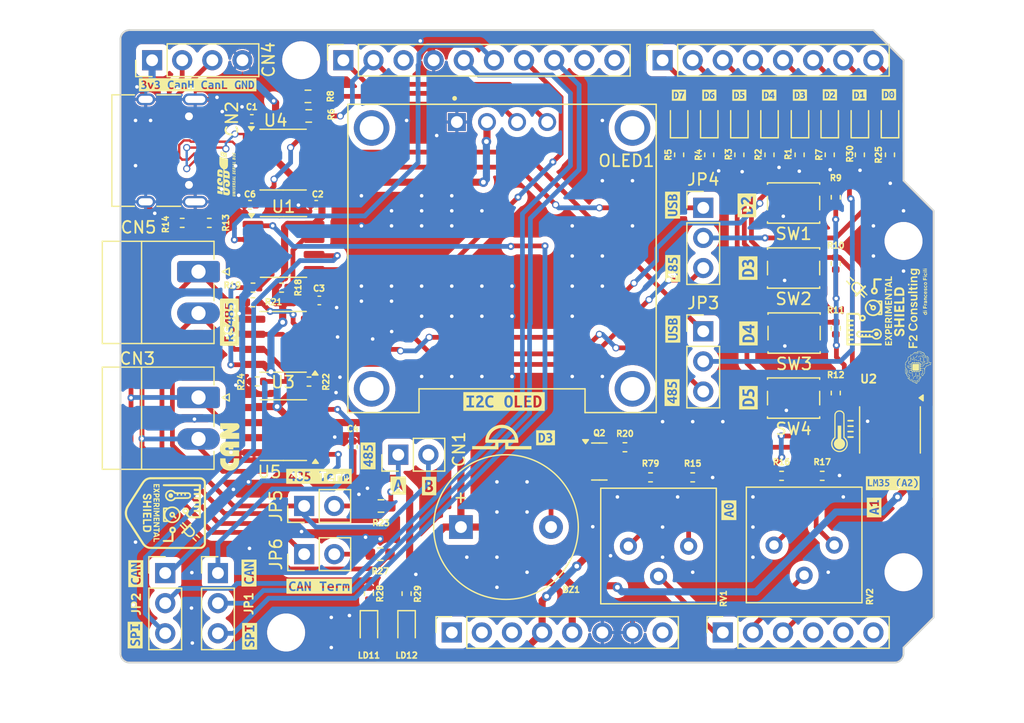
<source format=kicad_pcb>
(kicad_pcb (version 20241229) (generator "pcbnew") (generator_version "9.0")
  (title_block (date "mar. 31 mars 2015"))
  (layers (0 "F.Cu" signal) (4 "In1.Cu" signal) (6 "In2.Cu" signal) (2 "B.Cu" signal) (13 "F.Paste" user) (15 "B.Paste" user) (5 "F.SilkS" user "F.Silkscreen") (7 "B.SilkS" user "B.Silkscreen") (1 "F.Mask" user) (3 "B.Mask" user) (25 "Edge.Cuts" user))
  (net 0 "")
  (net 1 "GND")
  (net 3 "+5V")
  (net 4 "/IOREF")
  (net 5 "/A0")
  (net 6 "/A1")
  (net 7 "/A2")
  (net 8 "/A3")
  (net 9 "/SDA{slash}A4")
  (net 10 "/SCL{slash}A5")
  (net 11 "Net-(BZ1--)")
  (net 12 "/V3")
  (net 13 "/AREF")
  (net 14 "/USB_D+")
  (net 16 "Net-(CN2-CC1)")
  (net 17 "Net-(CN2-CC2)")
  (net 19 "/USB_D-")
  (net 20 "/CANH")
  (net 21 "/CANL")
  (net 22 "+3V3")
  (net 23 "VCC")
  (net 24 "/~{RESET}")
  (net 25 "/D11{slash}MOSI")
  (net 26 "/D12{slash}MISO")
  (net 27 "/D13{slash}SCK{slash}CANTX")
  (net 28 "/D10{slash}CS{slash}CANRX")
  (net 29 "/D8")
  (net 30 "/D9*")
  (net 31 "/D2")
  (net 32 "/TX{slash}D1")
  (net 33 "/D7")
  (net 34 "/D3*")
  (net 35 "/RX{slash}D0")
  (net 36 "/D6*")
  (net 37 "/D4")
  (net 38 "/D5*")
  (net 39 "/CANTX")
  (net 40 "/SCK")
  (net 41 "/CS")
  (net 42 "/CANRX")
  (net 43 "/TX_USB")
  (net 44 "/DI")
  (net 45 "/RX_USB")
  (net 46 "/RO")
  (net 47 "Net-(JP5-B)")
  (net 48 "/B")
  (net 49 "Net-(JP6-B)")
  (net 50 "Net-(LD1-K)")
  (net 51 "Net-(LD2-K)")
  (net 52 "Net-(LD3-K)")
  (net 53 "Net-(LD4-K)")
  (net 54 "Net-(LD5-K)")
  (net 55 "Net-(LD6-K)")
  (net 56 "Net-(LD9-K)")
  (net 57 "Net-(LD10-K)")
  (net 58 "Net-(LD11-K)")
  (net 59 "Net-(LD12-K)")
  (net 60 "Net-(Q2-B)")
  (net 61 "Net-(R15-Pad1)")
  (net 62 "Net-(R16-Pad2)")
  (net 63 "Net-(R17-Pad1)")
  (net 64 "Net-(U1-~{HOLD})")
  (net 65 "Net-(U1-~{WP})")
  (net 66 "/A")
  (net 67 "Net-(R79-Pad2)")
  (net 74 "/A5")
  (net 75 "/A4")
  (net 76 "/VBUS")
  (footprint "Connector_PinSocket_2.54mm:PinSocket_1x08_P2.54mm_Vertical" (layer "F.Cu") (at 127.94 97.46 90)
    (property "Reference" "J1" (hide yes))
    (property "Value" "Power")
  )
  (footprint "Connector_PinSocket_2.54mm:PinSocket_1x06_P2.54mm_Vertical" (layer "F.Cu") (at 150.8 97.46 90)
    (property "Reference" "J3" (hide yes))
    (property "Value" "Analog")
  )
  (footprint "Connector_PinSocket_2.54mm:PinSocket_1x10_P2.54mm_Vertical" (layer "F.Cu") (at 118.796 49.2 90)
    (property "Reference" "J2" (hide yes))
    (property "Value" "Digital/PWM")
  )
  (footprint "Connector_PinSocket_2.54mm:PinSocket_1x08_P2.54mm_Vertical" (layer "F.Cu") (at 145.72 49.2 90)
    (property "Reference" "J4" (hide yes))
    (property "Value" "Digital/PWM")
  )
  (footprint "Resistor_SMD:R_0402_1005Metric" (layer "F.Cu") (at 144.704 84.379)
    (property "Reference" "R79")
    (property "Value" "1k")
  )
  (footprint "LED_SMD:LED_0603_1608Metric" (layer "F.Cu") (at 149.657 54.2545 90)
    (property "Reference" "LD5" (hide yes))
    (property "Value" "O1_G")
  )
  (footprint "Connector_PinHeader_2.54mm:PinHeader_1x02_P2.54mm_Vertical" (layer "F.Cu") (at 115.494 90.856 90)
    (property "Reference" "JP6")
    (property "Value" "RS485 Term")
  )
  (footprint "Resistor_SMD:R_0402_1005Metric" (layer "F.Cu") (at 155.753 84.252)
    (property "Reference" "R16")
    (property "Value" "1k")
  )
  (footprint "Button_Switch_SMD:SW_SPST_PTS810" (layer "F.Cu") (at 156.769 77.693333 180)
    (property "Reference" "SW4")
    (property "Value" "Usr1")
  )
  (footprint "Connector_PinHeader_2.54mm:PinHeader_1x02_P2.54mm_Vertical" (layer "F.Cu") (at 123.43 82.47 90)
    (property "Reference" "CN1")
    (property "Value" "485")
  )
  (footprint "kibuzzard-693AAB85" (layer "F.Cu") (at 154.71 52.15)
    (property "Reference" "kibuzzard-693AAB85" (hide yes))
    (property "Value" "G***" (hide yes))
  )
  (footprint "Package_SO:SOIC-8_3.9x4.9mm_P1.27mm" (layer "F.Cu") (at 113.716 72.949 180)
    (property "Reference" "U3")
    (property "Value" "MAX3485EESA+T")
  )
  (footprint "Package_TO_SOT_SMD:SOT-23" (layer "F.Cu") (at 140.386 83.043)
    (property "Reference" "Q2")
    (property "Value" "SS8050")
  )
  (footprint "Resistor_SMD:R_0402_1005Metric" (layer "F.Cu") (at 111.17 69.61 180)
    (property "Reference" "R21")
    (property "Value" "10k")
  )
  (footprint "kibuzzard-693AB11F" (layer "F.Cu") (at 123.43 85.07)
    (property "Reference" "kibuzzard-693AB11F" (hide yes))
    (property "Value" "G***" (hide yes))
  )
  (footprint "Resistor_SMD:R_0603_1608Metric" (layer "F.Cu") (at 115.875 53.899)
    (property "Reference" "R6")
    (property "Value" "2.2k")
  )
  (footprint "Resistor_SMD:R_0402_1005Metric" (layer "F.Cu") (at 105.207 62.916 180)
    (property "Reference" "R14")
    (property "Value" "5.1k")
  )
  (footprint "Resistor_SMD:R_0402_1005Metric" (layer "F.Cu") (at 157.277 57.1755 -90)
    (property "Reference" "R1")
    (property "Value" "330")
  )
  (footprint "kibuzzard-693AABC4" (layer "F.Cu") (at 146.56 61.42 90)
    (property "Reference" "kibuzzard-693AABC4" (hide yes))
    (property "Value" "G***" (hide yes))
  )
  (footprint "kibuzzard-693AB116" (layer "F.Cu") (at 126.03 85.11)
    (property "Reference" "kibuzzard-693AB116" (hide yes))
    (property "Value" "G***" (hide yes))
  )
  (footprint "Resistor_SMD:R_0603_1608Metric" (layer "F.Cu") (at 115.812 52.248)
    (property "Reference" "R8")
    (property "Value" "2.2k")
  )
  (footprint "kibuzzard-693AAA96" (layer "F.Cu") (at 152.93 66.73 90)
    (property "Reference" "kibuzzard-693AAA96" (hide yes))
    (property "Value" "G***" (hide yes))
  )
  (footprint "Connector_PinHeader_2.54mm:PinHeader_1x02_P2.54mm_Vertical" (layer "F.Cu") (at 115.489 86.792 90)
    (property "Reference" "JP5")
    (property "Value" "RS485 Term")
  )
  (footprint "kibuzzard-693AB2E8" (layer "F.Cu") (at 165.13 84.87)
    (property "Reference" "kibuzzard-693AB2E8" (hide yes))
    (property "Value" "G***" (hide yes))
  )
  (footprint "Potentiometer_THT:Potentiometer_Bourns_3386P_Vertical" (layer "F.Cu") (at 155.118 90.094 -90)
    (property "Reference" "RV2")
    (property "Value" "Tr")
  )
  (footprint "kibuzzard-693AABC4" (layer "F.Cu") (at 146.58 71.88 90)
    (property "Reference" "kibuzzard-693AABC4" (hide yes))
    (property "Value" "G***" (hide yes))
  )
  (footprint "Connector_PinHeader_2.54mm:PinHeader_1x03_P2.54mm_Vertical" (layer "F.Cu") (at 149.149 72.06)
    (property "Reference" "JP3")
    (property "Value" "Jmp")
  )
  (footprint "kibuzzard-693AAB97" (layer "F.Cu") (at 149.66 52.15)
    (property "Reference" "kibuzzard-693AAB97" (hide yes))
    (property "Value" "G***" (hide yes))
  )
  (footprint "kibuzzard-693AAD0C" (layer "F.Cu") (at 106.51 51.27)
    (property "Reference" "kibuzzard-693AAD0C" (hide yes))
    (property "Value" "G***" (hide yes))
  )
  (footprint "kibuzzard-693AAB7F" (layer "F.Cu") (at 157.3 52.14)
    (property "Reference" "kibuzzard-693AAB7F" (hide yes))
    (property "Value" "G***" (hide yes))
  )
  (footprint "Package_SO:SO-8_3.9x4.9mm_P1.27mm" (layer "F.Cu") (at 113.751 64.948)
    (property "Reference" "U1")
    (property "Value" "25LCxxx")
  )
  (footprint "Button_Switch_SMD:SW_SPST_PTS810" (layer "F.Cu") (at 156.812 72.209666 180)
    (property "Reference" "SW3")
    (property "Value" "Usr1")
  )
  (footprint "Capacitor_SMD:C_0402_1005Metric" (layer "F.Cu") (at 116.77 69.46 180)
    (property "Reference" "C3")
    (property "Value" "100nF")
  )
  (footprint "Potentiometer_THT:Potentiometer_Bourns_3386P_Vertical" (layer "F.Cu") (at 142.838 90.184 -90)
    (property "Reference" "RV1")
    (property "Value" "Tr")
  )
  (footprint "LED_SMD:LED_0603_1608Metric" (layer "F.Cu") (at 124.13 97.1045 -90)
    (property "Reference" "LD12")
    (property "Value" "5v")
  )
  (footprint "Connector_Phoenix_MC:PhoenixContact_MC_1,5_2-G-3.5_1x02_P3.50mm_Horizontal" (layer "F.Cu") (at 106.58 67.03 -90)
    (property "Reference" "CN5")
    (property "Value" "485")
  )
  (footprint "Package_SO:JEITA_SOIC-8_3.9x4.9mm_P1.27mm" (layer "F.Cu") (at 113.716 57.582)
    (property "Reference" "U4")
    (property "Value" "CH340N")
  )
  (footprint "LED_SMD:LED_0603_1608Metric" (layer "F.Cu") (at 159.817 54.2545 90)
    (property "Reference" "LD1" (hide yes))
    (property "Value" "O1_G")
  )
  (footprint "LED_SMD:LED_0603_1608Metric" (layer "F.Cu") (at 154.737 54.2545 90)
    (property "Reference" "LD3" (hide yes))
    (property "Value" "O1_G")
  )
  (footprint "kibuzzard-693AAB9C" (layer "F.Cu") (at 152.19 52.15)
    (property "Reference" "kibuzzard-693AAB9C" (hide yes))
    (property "Value" "G***" (hide yes))
  )
  (footprint "Resistor_SMD:R_0402_1005Metric" (layer "F.Cu") (at 164.897 57.1755 -90)
    (property "Reference" "R25")
    (property "Value" "330")
  )
  (footprint "LED_SMD:LED_0603_1608Metric" (layer "F.Cu") (at 162.357 54.2545 90)
    (property "Reference" "LD10" (hide yes))
    (property "Value" "Tx")
  )
  (footprint "kibuzzard-693AABED" (layer "F.Cu") (at 101.29 92.5 90)
    (property "Reference" "kibuzzard-693AABED" (hide yes))
    (property "Value" "G***" (hide yes))
  )
  (footprint "Package_SO:SOIC-8_3.9x4.9mm_P1.27mm" (layer "F.Cu") (at 164.897 80.377 -90)
    (property "Reference" "U2")
    (property "Value" "LM35-D")
  )
  (footprint "logo:can" (layer "F.Cu") (at 109.21 81.81 90)
    (property "Reference" "G***" (hide yes))
    (property "Value" "LOGO" (hide yes))
  )
  (footprint "kibuzzard-693AAA9D" (layer "F.Cu") (at 152.96 72.24 90)
    (property "Reference" "kibuzzard-693AAA9D" (hide yes))
    (property "Value" "G***" (hide yes))
  )
  (footprint "Resistor_SMD:R_0402_1005Metric" (layer "F.Cu") (at 148.258 84.379)
    (property "Reference" "R15")
    (property "Value" "1k")
  )
  (footprint "Arduino_MountingHole:MountingHole_3.2mm" (layer "F.Cu") (at 115.24 49.2)
    (property "Reference" "MH1" (hide yes))
    (property "Value" "MountingHole_3.2mm" (hide yes))
  )
  (footprint "kibuzzard-693AADEF" (layer "F.Cu") (at 132.35 77.98)
    (property "Reference" "kibuzzard-693AADEF" (hide yes))
    (property "Value" "G***" (hide yes))
  )
  (footprint "Resistor_SMD:R_0603_1608Metric" (layer "F.Cu") (at 121.971 86.792 180)
    (property "Reference" "R23")
    (property "Value" "120")
  )
  (footprint "kibuzzard-693AABCF" (layer "F.Cu") (at 146.58 66.76 90)
    (property "Reference" "kibuzzard-693AABCF" (hide yes))
    (property "Value" "G***" (hide yes))
  )
  (footprint "Connector_PinHeader_2.54mm:PinHeader_1x03_P2.54mm_Vertical" (layer "F.Cu") (at 108.22 92.45)
    (property "Reference" "JP2")
    (property "Value" "Jmp")
  )
  (footprint "Connector_PinHeader_2.54mm:PinHeader_1x03_P2.54mm_Vertical" (layer "F.Cu") (at 149.149 61.646)
    (property "Reference" "JP4")
    (property "Value" "Jmp")
  )
  (footprint "Button_Switch_SMD:SW_SPST_PTS810" (layer "F.Cu") (at 156.769 61.242333 180)
    (property "Reference" "SW1")
    (property "Value" "Usr1")
  )
  (footprint "Package_SO:SOIC-8_3.9x4.9mm_P1.27mm" (layer "F.Cu") (at 113.74 80.396 180)
    (property "Reference" "U5")
    (property "Value" "TJA1051T-3")
  )
  (footprint "kibuzzard-693AAC1A" (layer "F.Cu") (at 116.76 93.56)
    (property "Reference" "kibuzzard-693AAC1A" (hide yes))
    (property "Value" "G***" (hide yes))
  )
  (footprint "kibuzzard-693AAAA3" (layer "F.Cu") (at 152.96 77.66 90)
    (property "Reference" "kibuzzard-693AAAA3" (hide yes))
    (property "Value" "G***" (hide yes))
  )
  (footprint "LED_SMD:LED_0603_1608Metric" (layer "F.Cu") (at 164.897 54.2545 90)
    (property "Reference" "LD9" (hide yes))
    (property "Value" "Rx")
  )
  (footprint "kibuzzard-693AAC3D" (layer "F.Cu") (at 151.31 87.15 90)
    (property "Reference" "kibuzzard-693AAC3D" (hide yes))
    (property "Value" "G***" (hide yes))
  )
  (footprint "kibuzzard-693AB138" (layer "F.Cu") (at 120.88 82.57 90)
    (property "Reference" "kibuzzard-693AB138" (hide yes))
    (property "Value" "G***" (hide yes))
  )
  (footprint "Connector_PinHeader_2.54mm:PinHeader_1x03_P2.54mm_Vertical" (layer "F.Cu") (at 103.775 92.45)
    (property "Reference" "JP1")
    (property "Value" "Jmp")
  )
  (footprint "Connector_PinHeader_2.54mm:PinHeader_1x04_P2.54mm_Vertical" (layer "F.Cu") (at 102.667 49.2 90)
    (property "Reference" "CN4")
    (property "Value" "Can")
  )
  (footprint "Buzzer_Beeper:Buzzer_12x9.5RM7.6" (layer "F.Cu") (at 128.712 88.57)
    (property "Reference" "BZ1")
    (property "Value" "Buzzer")
  )
  (footprint "logo:thermo" (layer "F.Cu") (at 160.89 80.49)
    (property "Reference" "G***" (hide yes))
    (property "Value" "LOGO" (hide yes))
  )
  (footprint "Resistor_SMD:R_0402_1005Metric" (layer "F.Cu") (at 160.325 71.806 90)
    (property "Reference" "R11")
    (property "Value" "10k")
  )
  (footprint "kibuzzard-693AAC4C" (layer "F.Cu") (at 163.56 86.92 90)
    (property "Reference" "kibuzzard-693AAC4C" (hide yes))
    (property "Value" "G***" (hide yes))
  )
  (footprint "Resistor_SMD:R_0402_1005Metric" (layer "F.Cu") (at 147.117 57.1755 -90)
    (property "Reference" "R5")
    (property "Value" "330")
  )
  (footprint "Button_Switch_SMD:SW_SPST_PTS810" (layer "F.Cu") (at 156.769 66.726 180)
    (property "Reference" "SW2")
    (property "Value" "Usr1")
  )
  (footprint "logo:usb" (layer "F.Cu") (at 108.93 58.79 90)
    (property "Reference" "G***" (hide yes))
    (property "Value" "LOGO" (hide yes))
  )
  (footprint "Resistor_SMD:R_0402_1005Metric" (layer "F.Cu") (at 152.197 57.1755 -90)
    (property "Reference" "R3")
    (property "Value" "330")
  )
  (footprint "Resistor_SMD:R_0402_1005Metric" (layer "F.Cu") (at 113.589 68.377)
    (property "Reference" "R18")
    (property "Value" "10k")
  )
  (footprint "kibuzzard-693AAA50" (layer "F.Cu") (at 152.83 61.44 90)
    (property "Reference" "kibuzzard-693AAA50" (hide yes))
    (property "Value" "G***" (hide yes))
  )
  (footprint "Resistor_SMD:R_0402_1005Metric" (layer "F.Cu") (at 124.13 94.1835 90)
    (property "Reference" "R29")
    (property "Value" "1k")
  )
  (footprint "kibuzzard-693AABED" (layer "F.Cu") (at 110.84 92.45 90)
    (property "Reference" "kibuzzard-693AABED" (hide yes))
    (property "Value" "G***" (hide yes))
  )
  (footprint "Resistor_SMD:R_0402_1005Metric" (layer "F.Cu") (at 154.737 57.1755 -90)
    (property "Reference" "R2")
    (property "Value" "330")
  )
  (footprint "kibuzzard-693AAB7A" (layer "F.Cu") (at 159.83 52.12)
    (property "Reference" "kibuzzard-693AAB7A" (hide yes))
    (property "Value" "G***" (hide yes))
  )
  (footprint "Resistor_SMD:R_0402_1005Metric" (layer "F.Cu") (at 159.817 57.1755 -90)
    (property "Reference" "R7")
    (property "Value" "330")
  )
  (footprint "oled:MODULE_DM-OLED096-636" (layer "F.Cu") (at 132.18 65.915)
    (property "Reference" "OLED1")
    (property "Value" "OLED")
  )
  (footprint "kibuzzard-693AAC2B" (layer "F.Cu") (at 116.74 84.29)
    (property "Reference" "kibuzzard-693AAC2B" (hide yes))
    (property "Value" "G***" (hide yes))
  )
  (footprint "logo:485" (layer "F.Cu") (at 109.19 71.29 90)
    (property "Reference" "G***" (hide yes))
    (property "Value" "LOGO" (hide yes))
  )
  (footprint "Resistor_SMD:R_0402_1005Metric" (layer "F.Cu") (at 160.325 60.757 90)
    (property "Reference" "R9")
    (property "Value" "10k")
  )
  (footprint "kibuzzard-693AAB49" (layer "F.Cu") (at 164.81 52.1)
    (property "Reference" "kibuzzard-693AAB49" (hide yes))
    (property "Value" "G***" (hide yes))
  )
  (footprint "Resistor_SMD:R_0402_1005Metric" (layer "F.Cu") (at 111.178 68.377)
    (property "Reference" "R19")
    (property "Value" "10k")
  )
  (footprint "Resistor_SMD:R_0402_1005Metric" (layer "F.Cu") (at 160.325 77.267 90)
    (property "Reference" "R12")
    (property "Value" "10k")
  )
  (footprint "kibuzzard-693AC547" (layer "F.Cu") (at 135.85 81.04)
    (property "Reference" "kibuzzard-693AC547" (hide yes))
    (property "Value" "G***" (hide yes))
  )
  (footprint "kibuzzard-693AAB75" (layer "F.Cu") (at 162.32 52.14)
    (property "Reference" "kibuzzard-693AAB75" (hide yes))
    (property "Value" "G***" (hide yes))
  )
  (footprint "Resistor_SMD:R_0402_1005Metric" (layer "F.Cu") (at 149.657 57.1755 -90)
    (property "Reference" "R4")
    (property "Value" "330")
  )
  (footprint "Resistor_SMD:R_0402_1005Metric" (layer "F.Cu") (at 120.955 94.1835 90)
    (property "Reference" "R28")
    (property "Value" "1k")
  )
  (footprint "Capacitor_SMD:C_0402_1005Metric" (layer "F.Cu") (at 111.077 54.153 180)
    (property "Reference" "C1")
    (property "Value" "100nF")
  )
  (footprint "LED_SMD:LED_0603_1608Metric" (layer "F.Cu") (at 152.197 54.2545 90)
    (property "Reference" "LD4" (hide yes))
    (property "Value" "O1_G")
  )
  (footprint "LED_SMD:LED_0603_1608Metric" (layer "F.Cu") (at 120.955 97.1045 -90)
    (property "Reference" "LD11")
    (property "Value" "3v3")
  )
  (footprint "logo:badge_wide" (layer "F.Cu") (at 163.69 70.32 90)
    (property "Reference" "G***" (hide yes))
    (property "Value" "LOGO" (hide yes))
  )
  (footprint "kibuzzard-693AABCF" (layer "F.Cu") (at 146.52 77.23 90)
    (property "Reference" "kibuzzard-693AABCF" (hide yes))
    (property "Value" "G***" (hide yes))
  )
  (footprint "logo:f2_logo" (layer "F.Cu") (at 167.28 71.62 90)
    (property "Reference" "G***" (hide yes))
    (property "Value" "LOGO" (hide yes))
  )
  (footprint "Resistor_SMD:R_0603_1608Metric" (layer "F.Cu") (at 121.907 90.856 180)
    (property "Reference" "R27")
    (property "Value" "120")
  )
  (footprint "kibuzzard-693AABA1" (layer "F.Cu") (at 147.1 52.15)
    (property "Reference" "kibuzzard-693AABA1" (hide yes))
    (property "Value" "G***" (hide yes))
  )
  (footprint "Capacitor_SMD:C_0402_1005Metric" (layer "F.Cu") (at 116.51 61.392 180)
    (property "Reference" "C2")
    (property "Value" "100nF")
  )
  (footprint "Resistor_SMD:R_0402_1005Metric" (layer "F.Cu") (at 159.182 84.252)
    (property "Reference" "R17")
    (property "Value" "1k")
  )
  (footprint "Resistor_SMD:R_0402_1005Metric" (layer "F.Cu") (at 115.9 76.3 180)
    (property "Reference" "R22")
    (property "Value" "10k")
  )
  (footprint "Arduino_MountingHole:MountingHole_3.2mm" (layer "F.Cu") (at 113.97 97.46)
    (property "Reference" "MH2" (hide yes))
    (property "Value" "MountingHole_3.2mm" (hide yes))
  )
  (footprint "Resistor_SMD:R_0402_1005Metric" (layer "F.Cu") (at 111.53 76.29 180)
    (property "Reference" "R24")
    (property "Value" "10k")
  )
  (footprint "kibuzzard-693AABF8" (layer "F.Cu") (at 110.89 97.78 90)
    (property "Reference" "kibuzzard-693AABF8" (hide yes))
    (property "Value" "G***" (hide yes))
  )
  (footprint "kibuzzard-693AABF8" (layer "F.Cu") (at 101.24 97.68 90)
    (property "Reference" "kibuzzard-693AABF8" (hide yes))
    (property "Value" "G***" (hide yes))
  )
  (footprint "Resistor_SMD:R_0402_1005Metric" (layer "F.Cu") (at 107.493 62.916)
    (property "Reference" "R13")
    (property "Value" "5.1k")
  )
  (footprint "Arduino_MountingHole:MountingHole_3.2mm" (layer "F.Cu") (at 166.04 64.44)
    (property "Reference" "MH3" (hide yes))
    (property "Value" "MountingHole_3.2mm" (hide yes))
  )
  (footprint "Resistor_SMD:R_0402_1005Metric" (layer "F.Cu") (at 162.357 57.1755 -90)
    (property "Reference" "R30")
    (property "Value" "330")
  )
  (footprint "LED_SMD:LED_0603_1608Metric" (layer "F.Cu") (at 157.307 54.2545 90)
    (property "Reference" "LD2" (hide yes))
    (property "Value" "O1_G")
  )
  (footprint "Connector_Phoenix_MC:PhoenixContact_MC_1,5_2-G-3.5_1x02_P3.50mm_Horizontal" (layer "F.Cu") (at 106.58 77.64 -90)
    (property "Reference" "CN3")
    (property "Value" "Can")
  )
  (footprint "Connector_USB:USB_C_Receptacle_HRO_TYPE-C-31-M-12" (layer "F.Cu") (at 103.175 56.82 -90)
    (property "Reference" "CN2")
    (property "Value" "USB")
  )
  (footprint "Arduino_MountingHole:MountingHole_3.2mm" (layer "F.Cu") (at 166.04 92.38)
    (property "Reference" "MH4" (hide yes))
    (property "Value" "MountingHole_3.2mm" (hide yes))
  )
  (footprint "logo:buzz" (layer "F.Cu") (at 132.16 80.98)
    (property "Reference" "G***" (hide yes))
    (property "Value" "LOGO" (hide yes))
  )
  (footprint "logo:badge_8" (layer "F.Cu") (at 103.87 87.39 -90)
    (property "Reference" "G***" (hide yes))
    (property "Value" "LOGO" (hide yes))
  )
  (footprint "LED_SMD:LED_0603_1608Metric" (layer "F.Cu") (at 147.117 54.2545 90)
    (property "Reference" "LD6" (hide yes))
    (property "Value" "O1_G")
  )
  (footprint "Capacitor_SMD:C_0402_1005Metric" (layer "F.Cu") (at 110.922 61.392 180)
    (property "Reference" "C6")
    (property "Value" "100nF")
  )
  (footprint "Resistor_SMD:R_0402_1005Metric" (layer "F.Cu") (at 142.545 81.839 180)
    (property "Reference" "R20")
    (property "Value" "1k")
  )
  (footprint "Resistor_SMD:R_0402_1005Metric" (layer "F.Cu") (at 160.325 66.345 90)
    (property "Reference" "R10")
    (property "Value" "10k")
  )
  (footprint "Capacitor_SMD:C_0402_1005Metric" (layer "F.Cu") (at 119.6 81.81 90)
    (property "Reference" "C4")
    (property "Value" "100nF")
  )
  (gr_line (start 166.04 59.36) (end 168.58 61.9) (stroke (width 0.15)) (layer "Edge.Cuts"))
  (gr_line (start 100 99.238) (end 100 47.422) (stroke (width 0.15)) (layer "Edge.Cuts"))
  (gr_line (start 168.58 61.9) (end 168.58 96.19) (stroke (width 0.15)) (layer "Edge.Cuts"))
  (gr_line (start 165.278 100) (end 100.762 100) (stroke (width 0.15)) (layer "Edge.Cuts"))
  (gr_line (start 100.762 46.66) (end 163.5 46.66) (stroke (width 0.15)) (layer "Edge.Cuts"))
  (gr_arc (start 100.762 100) (mid 100.223185 99.776815) (end 100 99.238) (stroke (width 0.15)) (layer "Edge.Cuts"))
  (gr_line (start 168.58 96.19) (end 166.04 98.73) (stroke (width 0.15)) (layer "Edge.Cuts"))
  (gr_line (start 163.5 46.66) (end 166.04 49.2) (stroke (width 0.15)) (layer "Edge.Cuts"))
  (gr_arc (start 166.04 99.238) (mid 165.816815 99.776815) (end 165.278 100) (stroke (width 0.15)) (layer "Edge.Cuts"))
  (gr_line (start 166.04 49.2) (end 166.04 59.36) (stroke (width 0.15)) (layer "Edge.Cuts"))
  (gr_line (start 166.04 98.73) (end 166.04 99.238) (stroke (width 0.15)) (layer "Edge.Cuts"))
  (gr_arc (start 100 47.422) (mid 100.223185 46.883185) (end 100.762 46.66) (stroke (width 0.15)) (layer "Edge.Cuts"))
  (segment (start 110.597 54.153) (end 110.597 53.477) (width 0.4) (layer "F.Cu") (net 1))
  (segment (start 124.13 93.34) (end 124.91 92.56) (width 0.4) (layer "F.Cu") (net 1))
  (segment (start 157.277 58.533) (end 157.25 58.56) (width 0.4) (layer "F.Cu") (net 1))
  (segment (start 149.657 57.6855) (end 149.657 57.737) (width 0.4) (layer "F.Cu") (net 1))
  (segment (start 116.215 81.031) (end 118.019 81.031) (width 0.4) (layer "F.Cu") (net 1))
  (segment (start 110.597 53.477) (end 110.25 53.13) (width 0.4) (layer "F.Cu") (net 1))
  (segment (start 155.979 67.801) (end 156.01 67.77) (width 0.4) (layer "F.Cu") (net 1))
  (segment (start 156.014666 73.284666) (end 156.03 73.3) (width 0.4) (layer "F.Cu") (net 1))
  (segment (start 120.635001 93.6735) (end 119.31 94.998501) (width 0.4) (layer "F.Cu") (net 1))
  (segment (start 111.02 76.29) (end 110.04 76.29) (width 0.4) (layer "F.Cu") (net 1))
  (segment (start 162.357 58.467) (end 162.37 58.48) (width 0.4) (layer "F.Cu") (net 1))
  (segment (start 152.197 58.367) (end 152.43 58.6) (width 0.4) (layer "F.Cu") (net 1))
  (segment (start 116.691001 70.171) (end 118.119 70.171) (width 0.4) (layer "F.Cu") (net 1))
  (segment (start 116.29 69.769999) (end 116.691001 70.171) (width 0.4) (layer "F.Cu") (net 1))
  (segment (start 110.494 71.044) (end 110.01 70.56) (width 0.4) (layer "F.Cu") (net 1))
  (segment (start 124.13 93.6735) (end 124.13 93.34) (width 0.4) (layer "F.Cu") (net 1))
  (segment (start 154.737 57.6855) (end 154.9855 57.6855) (width 0.4) (layer "F.Cu") (net 1))
  (segment (start 111.265 82.301) (end 109.351 82.301) (width 0.4) (layer "F.Cu") (net 1))
  (segment (start 102.125 52.5) (end 102.125 52.185) (width 0.4) (layer "F.Cu") (net 1))
  (segment (start 115.038 61.392) (end 115.01 61.42) (width 0.4) (layer "F.Cu") (net 1))
  (segment (start 164.897 57.6855) (end 164.897 59.557) (width 0.4) (layer "F.Cu") (net 1))
  (segment (start 109.351 82.301) (end 109.32 82.27) (width 0.4) (layer "F.Cu") (net 1))
  (segment (start 108.54 53.57) (end 108.58 53.53) (width 0.4) (layer "F.Cu") (net 1))
  (segment (start 102.125 61.345) (end 102.89 62.11) (width 0.4) (layer "F.Cu") (net 1))
  (segment (start 154.737 73.284666) (end 156.014666 73.284666) (width 0.4) (layer "F.Cu") (net 1))
  (segment (start 111.066 58.217) (end 109.817 58.217) (width 0.4) (layer "F.Cu") (net 1))
  (segment (start 154.694 62.317333) (end 155.857333 62.317333) (width 0.4) (layer "F.Cu") (net 1))
  (segment (start 154.694 78.768333) (end 156.121667 78.768333) (width 0.4) (layer "F.Cu") (net 1))
  (segment (start 162.357 57.6855) (end 162.357 58.467) (width 0.4) (layer "F.Cu") (net 1))
  (segment (start 126.416 48.697757) (end 125.287555 47.569312) (width 0.4) (layer "F.Cu") (net 1))
  (segment (start 159.817 58.397) (end 159.85 58.43) (width 0.4) (layer "F.Cu") (net 1))
  (segment (start 148.768 84.379) (end 149.929 84.379) (width 0.4) (layer "F.Cu") (net 1))
  (segment (start 126.416 49.2) (end 126.416 48.697757) (width 0.4) (layer "F.Cu") (net 1))
  (segment (start 106.305 52.5) (end 107.97 52.5) (width 0.4) (layer "F.Cu") (net 1))
  (segment (start 155.857333 62.317333) (end 155.9 62.36) (width 0.4) (layer "F.Cu") (net 1))
  (segment (start 120.955 93.6735) (end 120.635001 93.6735) (width 0.4) (layer "F.Cu") (net 1))
  (segment (start 102.125 52.185) (end 101.39 51.45) (width 0.4) (layer "F.Cu") (net 1))
  (segment (start 116.29 69.46) (end 116.29 69.769999) (width 0.4) (layer "F.Cu") (net 1))
  (segment (start 110.04 76.29) (end 109.73 76.6) (width 0.4) (layer "F.Cu") (net 1))
  (segment (start 119.31 94.998501) (end 119.31 96.03) (width 0.4) (layer "F.Cu") (net 1))
  (segment (start 108.53 60.07) (end 108.54 60.08) (width 0.4) (layer "F.Cu") (net 1))
  (segment (start 164.897 59.557) (end 164.92 59.58) (width 0.4) (layer "F.Cu") (net 1))
  (segment (start 162.992 79.632) (end 163.01 79.65) (width 0.4) (layer "F.Cu") (net 1))
  (segment (start 118.019 81.031) (end 118.07 80.98) (width 0.4) (layer "F.Cu") (net 1))
  (segment (start 139.4485 83.993) (end 139.83 84.3745) (width 0.4) (layer "F.Cu") (net 1))
  (segment (start 157.277 57.6855) (end 157.277 58.533) (width 0.4) (layer "F.Cu") (net 1))
  (segment (start 156.121667 78.768333) (end 156.16 78.73) (width 0.4) (layer "F.Cu") (net 1))
  (segment (start 149.929 84.379) (end 149.94 84.39) (width 0.4) (layer "F.Cu") (net 1))
  (segment (start 109.817 58.217) (end 109.71 58.11) (width 0.4) (layer "F.Cu") (net 1))
  (segment (start 139.83 84.3745) (end 139.83 88.54) (width 0.4) (layer "F.Cu") (net 1))
  (segment (start 162.992 77.902) (end 162.992 79.632) (width 0.4) (layer "F.Cu") (net 1))
  (segment (start 154.9855 57.6855) (end 155.54 58.24) (width 0.4) (layer "F.Cu") (net 1))
  (segment (start 118.119 70.171) (end 118.23 70.06) (width 0.4) (layer "F.Cu") (net 1))
  (segment (start 154.694 67.801) (end 155.979 67.801) (width 0.4) (layer "F.Cu") (net 1))
  (segment (start 107.22 60.07) (end 108.53 60.07) (width 0.4) (layer "F.Cu") (net 1))
  (segment (start 159.817 57.6855) (end 159.817 58.397) (width 0.4) (layer "F.Cu") (net 1))
  (segment (start 160.608 84.252) (end 160.64 84.22) (width 0.4) (layer "F.Cu") (net 1))
  (segment (start 116.03 61.392) (end 115.038 61.392) (width 0.4) (layer "F.Cu") (net 1))
  (segment (start 102.125 61.14) (end 102.125 61.345) (width 0.4) (layer "F.Cu") (net 1))
  (segment (start 107.97 52.5) (end 108.14 52.33) (width 0.4) (layer "F.Cu") (net 1))
  (segment (start 111.241 71.044) (end 110.494 71.044) (width 0.4) (layer "F.Cu") (net 1))
  (segment (start 143.18 92.84) (end 143.18 97.46) (width 0.4) (layer "F.Cu") (net 1))
  (segment (start 141.33 90.99) (end 143.18 92.84) (width 0.4) (layer "F.Cu") (net 1))
  (segment (start 152.197 57.6855) (end 152.197 58.367) (width 0.4) (layer "F.Cu") (net 1))
  (segment (start 110.442 61.392) (end 110.442 61.062) (width 0.4) (layer "F.Cu") (net 1))
  (segment (start 159.692 84.252) (end 160.608 84.252) (width 0.4) (layer "F.Cu") (net 1))
  (segment (start 107.22 53.57) (end 108.54 53.57) (width 0.4) (layer "F.Cu") (net 1))
  (segment (start 149.657 57.737) (end 150.45 58.53) (width 0.4) (layer "F.Cu") (net 1))
  (segment (start 110.442 61.062) (end 109.97 60.59) (width 0.4) (layer "F.Cu") (net 1))
  (via (at 139.83 88.54) (size 0.6) (drill 0.3) (layers "F.Cu" "B.Cu") (net 1))
  (via (at 125.4 75.87) (size 0.6) (drill 0.3) (layers "F.Cu" "B.Cu") (net 1))
  (via (at 110.88 90.37) (size 0.6) (drill 0.3) (layers "F.Cu" "B.Cu") (net 1))
  (via (at 153.34 86.03) (size 0.6) (drill 0.3) (layers "F.Cu" "B.Cu") (net 1))
  (via (at 109.32 82.27) (size 0.6) (drill 0.3) (layers "F.Cu" "B.Cu") (net 1))
  (via (at 143.18 59.36) (size 0.6) (drill 0.3) (layers "F.Cu" "B.Cu") (net 1))
  (via (at 117.78 96.19) (size 0.6) (drill 0.3) (layers "F.Cu" "B.Cu") (net 1))
  (via (at 108.54 60.08) (size 0.6) (drill 0.3) (layers "F.Cu" "B.Cu") (net 1))
  (via (at 118.23 70.06) (size 0.6) (drill 0.3) (layers "F.Cu" "B.Cu") (net 1))
  (via (at 125.4 68.25) (size 0.6) (drill 0.3) (layers "F.Cu" "B.Cu") (net 1))
  (via (at 164.92 59.58) (size 0.6) (drill 0.3) (layers "F.Cu" "B.Cu") (net 1))
  (via (at 152.43 58.6) (size 0.6) (drill 0.3) (layers "F.Cu" "B.Cu") (net 1))
  (via (at 120.67 89.43) (size 0.6) (drill 0.3) (layers "F.Cu" "B.Cu") (net 1))
  (via (at 140.64 54.28) (size 0.6) (drill 0.3) (layers "F.Cu" "B.Cu") (net 1))
  (via (at 148.26 79.68) (size 0.6) (drill 0.3) (layers "F.Cu" "B.Cu") (net 1))
  (via (at 118.51 75.93) (size 0.6) (drill 0.3) (layers "F.Cu" "B.Cu") (net 1))
  (via (at 102.89 62.11) (size 0.6) (drill 0.3) (layers "F.Cu" "B.Cu") (net 1))
  (via (at 118.31 72.54) (size 0.6) (drill 0.3) (layers "F.Cu" "B.Cu") (net 1))
  (via (at 155.9 62.36) (size 0.6) (drill 0.3) (layers "F.Cu" "B.Cu") (net 1))
  (via (at 125.4 61.9) (size 0.6) (drill 0.3) (layers "F.Cu" "B.Cu") (net 1))
  (via (at 127.94 70.79) (size 0.6) (drill 0.3) (layers "F.Cu" "B.Cu") (net 1))
  (via (at 108.58 53.53) (size 0.6) (drill 0.3) (layers "F.Cu" "B.Cu") (net 1))
  (via (at 143.18 63.17) (size 0.6) (drill 0.3) (layers "F.Cu" "B.Cu") (net 1))
  (via (at 109.525 85.395) (size 0.6) (drill 0.3) (layers "F.Cu" "B.Cu") (net 1))
  (via (at 120.32 60.63) (size 0.6) (drill 0.3) (layers "F.Cu" "B.Cu") (net 1))
  (via (at 134.29 92.38) (size 0.6) (drill 0.3) (layers "F.Cu" "B.Cu") (net 1))
  (via (at 124.91 92.56) (size 0.6) (drill 0.3) (layers "F.Cu" "B.Cu") (net 1))
  (via (at 119.31 96.03) (size 0.6) (drill 0.3) (layers "F.Cu" "B.Cu") (net 1))
  (via (at 155.54 58.24) (size 0.6) (drill 0.3) (layers "F.Cu" "B.Cu") (net 1))
  (via (at 101.27 54.28) (size 0.6) (drill 0.3) (layers "F.Cu" "B.Cu") (net 1))
  (via (at 145.72 91.11) (size 0.6) (drill 0.3) (layers "F.Cu" "B.Cu") (net 1))
  (via (at 120.83 85.3) (size 0.6) (drill 0.3) (layers "F.Cu" "B.Cu") (net 1))
  (via (at 102.54 54.28) (size 0.6) (drill 0.3) (layers "F.Cu" "B.Cu") (net 1))
  (via (at 138.1 70.79) (size 0.6) (drill 0.3) (layers "F.Cu" "B.Cu") (net 1))
  (via (at 127.94 63.17) (size 0.6) (drill 0.3) (layers "F.Cu" "B.Cu") (net 1))
  (via (at 101.27 58.09) (size 0.6) (drill 0.3) (layers "F.Cu" "B.Cu") (net 1))
  (via (at 101.27 89.84) (size 0.6) (drill 0.3) (layers "F.Cu" "B.Cu") (net 1))
  (via (at 160.96 86.03) (size 0.6) (drill 0.3) (layers "F.Cu" "B.Cu") (net 1))
  (via (at 127.94 75.87) (size 0.6) (drill 0.3) (layers "F.Cu" "B.Cu") (net 1))
  (via (at 160.64 84.22) (size 0.6) (drill 0.3) (layers "F.Cu" "B.Cu") (net 1))
  (via (at 156.16 78.73) (size 0.6) (drill 0.3) (layers "F.Cu" "B.Cu") (net 1))
  (via (at 126.67 55.55) (size 0.6) (drill 0.3) (layers "F.Cu" "B.Cu") (net 1))
  (via (at 138.1 63.17) (size 0.6) (drill 0.3) (layers "F.Cu" "B.Cu") (net 1))
  (via (at 127.94 68.25) (size 0.6) (drill 0.3) (layers "F.Cu" "B.Cu") (net 1))
  (via (at 106.06 98.35) (size 0.6) (drill 0.3) (layers "F.Cu" "B.Cu") (net 1))
  (via (at 109.73 76.6) (size 0.6) (drill 0.3) (layers "F.Cu" "B.Cu") (net 1))
  (via (at 106.24 79.47) (size 0.6) (drill 0.3) (layers "F.Cu" "B.Cu") (net 1))
  (via (at 166.04 61.9) (size 0.6) (drill 0.3) (layers "F.Cu" "B.Cu") (net 1))
  (via (at 133.02 70.79) (size 0.6) (drill 0.3) (layers "F.Cu" "B.Cu") (net 1))
  (via (at 163.01 79.65) (size 0.6) (drill 0.3) (layers "F.Cu" "B.Cu") (net 1))
  (via (at 145.72 79.68) (size 0.6) (drill 0.3) (layers "F.Cu" "B.Cu") (net 1))
  (via (at 150.8 79.68) (size 0.6) (drill 0.3) (layers "F.Cu" "B.Cu") (net 1))
  (via (at 131.75 93.65) (size 0.6) (drill 0.3) (layers "F.Cu" "B.Cu") (net 1))
  (via (at 163.5 63.17) (size 0.6) (drill 0.3) (layers "F.Cu" "B.Cu") (net 1))
  (via (at 122.86 63.17) (size 0.6) (drill 0.3) (layers "F.Cu" "B.Cu") (net 1))
  (via (at 124.13 54.28) (size 0.6) (drill 0.3) (layers "F.Cu" "B.Cu") (net 1))
  (via (at 131.75 91.11) (size 0.6) (drill 0.3) (layers "F.Cu" "B.Cu") (net 1))
  (via (at 125.4 63.17) (size 0.6) (drill 0.3) (layers "F.Cu" "B.Cu") (net 1))
  (via (at 156.03 73.3) (size 0.6) (drill 0.3) (layers "F.Cu" "B.Cu") (net 1))
  (via (at 150.45 58.53) (size 0.6) (drill 0.3) (layers "F.Cu" "B.Cu") (net 1))
  (via (at 110.01 70.56) (size 0.6) (drill 0.3) (layers "F.Cu" "B.Cu") (net 1))
  (via (at 105.99 95.4) (size 0.6) (drill 0.3) (layers "F.Cu" "B.Cu") (net 1))
  (via (at 162.37 58.48) (size 0.6) (drill 0.3) (layers "F.Cu" "B.Cu") (net 1))
  (via (at 146.99 86.03) (size 0.6) (drill 0.3) (layers "F.Cu" "B.Cu") (net 1))
  (via (at 157.25 58.56) (size 0.6) (drill 0.3) (layers "F.Cu" "B.Cu") (net 1))
  (via (at 130.48 68.25) (size 0.6) (drill 0.3) (layers "F.Cu" "B.Cu") (net 1))
  (via (at 153.34 88.57) (size 0.6) (drill 0.3) (layers "F.Cu" "B.Cu") (net 1))
  (via (at 133.02 75.87) (size 0.6) (drill 0.3) (layers "F.Cu" "B.Cu") (net 1))
  (via (at 134.29 87.3) (size 0.6) (drill 0.3) (layers "F.Cu" "B.Cu") (net 1))
  (via (at 140.64 65.71) (size 0.6) (drill 0.3) (layers "F.Cu" "B.Cu") (net 1))
  (via (at 122.86 68.25) (size 0.6) (drill 0.3) (layers "F.Cu" "B.Cu") (net 1))
  (via (at 141.33 90.99) (size 0.6) (drill 0.3) (layers "F.Cu" "B.Cu") (net 1))
  (via (at 134.29 84.76) (size 0.6) (drill 0.3) (layers "F.Cu" "B.Cu") (net 1))
  (via (at 122.86 61.9) (size 0.6) (drill 0.3) (layers "F.Cu" "B.Cu") (net 1))
  (via (at 129.21 91.11) (size 0.6) (drill 0.3) (layers "F.Cu" "B.Cu") (net 1))
  (via (at 106.02 92.41) (size 0.6) (drill 0.3) (layers "F.Cu" "B.Cu") (net 1))
  (via (at 127.94 61.9) (size 0.6) (drill 0.3) (layers "F.Cu" "B.Cu") (net 1))
  (via (at 115.01 61.42) (size 0.6) (drill 0.3) (layers "F.Cu" "B.Cu") (net 1))
  (via (at 110.25 53.13) (size 0.6) (drill 0.3) (layers "F.Cu" "B.Cu") (net 1))
  (via (at 118.18 77.23) (size 0.6) (drill 0.3) (layers "F.Cu" "B.Cu") (net 1))
  (via (at 148.26 92.38) (size 0.6) (drill 0.3) (layers "F.Cu" "B.Cu") (net 1))
  (via (at 120.32 63.17) (size 0.6) (drill 0.3) (layers "F.Cu" "B.Cu") (net 1))
  (via (at 138.1 65.71) (size 0.6) (drill 0.3) (layers "F.Cu" "B.Cu") (net 1))
  (via (at 110.795 84.76) (size 0.6) (drill 0.3) (layers "F.Cu" "B.Cu") (net 1))
  (via (at 138.1 75.87) (size 0.6) (drill 0.3) (layers "F.Cu" "B.Cu") (net 1))
  (via (at 109.97 60.59) (size 0.6) (drill 0.3) (layers "F.Cu" "B.Cu") (net 1))
  (via (at 153.34 91.11) (size 0.6) (drill 0.3) (layers "F.Cu" "B.Cu") (net 1))
  (via (at 141.91 86.03) (size 0.6) (drill 0.3) (layers "F.Cu" "B.Cu") (net 1))
  (via (at 133.02 68.25) (size 0.6) (drill 0.3) (layers "F.Cu" "B.Cu") (net 1))
  (via (at 120.11 85.81) (size 0.6) (drill 0.3) (layers "F.Cu" "B.Cu") (net 1))
  (via (at 117.78 98.73) (size 0.6) (drill 0.3) (layers "F.Cu" "B.Cu") (net 1))
  (via (at 125.287555 47.569312) (size 0.6) (drill 0.3) (layers "F.Cu" "B.Cu") (net 1))
  (via (at 120.32 69.52) (size 0.6) (drill 0.3) (layers "F.Cu" "B.Cu") (net 1))
  (via (at 166.04 66.98) (size 0.6) (drill 0.3) (layers "F.Cu" "B.Cu") (net 1))
  (via (at 101.1 95.13) (size 0.6) (drill 0.3) (layers "F.Cu" "B.Cu") (net 1))
  (via (at 131.75 84.76) (size 0.6) (drill 0.3) (layers "F.Cu" "B.Cu") (net 1))
  (via (at 127.94 60.63) (size 0.6) (drill 0.3) (layers "F.Cu" "B.Cu") (net 1))
  (via (at 149.94 84.39) (size 0.6) (drill 0.3) (layers "F.Cu" "B.Cu") (net 1))
  (via (at 122.87 72.08) (size 0.6) (drill 0.3) (layers "F.Cu" "B.Cu") (net 1))
  (via (at 121.27 72.71) (size 0.6) (drill 0.3) (layers "F.Cu" "B.Cu") (net 1))
  (via (at 108.14 52.33) (size 0.6) (drill 0.3) (layers "F.Cu" "B.Cu") (net 1))
  (via (at 115.27 88.95) (size 0.6) (drill 0.3) (layers "F.Cu" "B.Cu") (net 1))
  (via (at 140.64 59.36) (size 0.6) (drill 0.3) (layers "F.Cu" "B.Cu") (net 1))
  (via (at 118.07 80.98) (size 0.6) (drill 0.3) (layers "F.Cu" "B.Cu") (net 1))
  (via (at 131.75 87.3) (size 0.6) (drill 0.3) (layers "F.Cu" "B.Cu") (net 1))
  (via (at 130.48 61.9) (size 0.6) (drill 0.3) (layers "F.Cu" "B.Cu") (net 1))
  (via (at 121.9 89.57) (size 0.6) (drill 0.3) (layers "F.Cu" "B.Cu") (net 1))
  (via (at 159.85 58.43) (size 0.6) (drill 0.3) (layers "F.Cu" "B.Cu") (net 1))
  (via (at 125.4 70.79) (size 0.6) (drill 0.3) (layers "F.Cu" "B.Cu") (net 1))
  (via (at 145.72 88.57) (size 0.6) (drill 0.3) (layers "F.Cu" "B.Cu") (net 1))
  (via (at 120.32 68.25) (size 0.6) (drill 0.3) (layers "F.Cu" "B.Cu") (net 1))
  (via (at 138.1 68.25) (size 0.6) (drill 0.3) (layers "F.Cu" "B.Cu") (net 1))
  (via (at 163.5 65.71) (size 0.6) (drill 0.3) (layers "F.Cu" "B.Cu") (net 1))
  (via (at 156.01 67.77) (size 0.6) (drill 0.3) (layers "F.Cu" "B.Cu") (net 1))
  (via (at 140.64 75.87) (size 0.6) (drill 0.3) (layers "F.Cu" "B.Cu") (net 1))
  (via (at 130.48 70.79) (size 0.6) (drill 0.3) (layers "F.Cu" "B.Cu") (net 1))
  (via (at 109.71 58.11) (size 0.6) (drill 0.3) (layers "F.Cu" "B.Cu") (net 1))
  (via (at 122.86 69.52) (size 0.6) (drill 0.3) (layers "F.Cu" "B.Cu") (net 1))
  (via (at 101.39 51.45) (size 0.6) (drill 0.3) (layers "F.Cu" "B.Cu") (net 1))
  (via (at 125.4 60.63) (size 0.6) (drill 0.3) (layers "F.Cu" "B.Cu") (net 1))
  (via (at 140.64 68.25) (size 0.6) (drill 0.3) (layers "F.Cu" "B.Cu") (net 1))
  (via (at 130.48 75.87) (size 0.6) (drill 0.3) (layers "F.Cu" "B.Cu") (net 1))
  (via (at 159.69 92.38) (size 0.6) (drill 0.3) (layers "F.Cu" "B.Cu") (net 1))
  (segment (start 139.83 88.54) (end 139.83 89.49) (width 0.4) (layer "B.Cu") (net 1))
  (segment (start 139.83 89.49) (end 141.33 90.99) (width 0.4) (layer "B.Cu") (net 1))
  (segment (start 165.532 86.03) (end 166.802 84.76) (width 0.6) (layer "F.Cu") (net 3))
  (segment (start 166.802 84.76) (end 166.802 82.852) (width 0.6) (layer "F.Cu") (net 3))
  (segment (start 125.908 97.079) (end 125.908 89.967) (width 0.6) (layer "F.Cu") (net 3))
  (segment (start 138.1 97.46) (end 138.1 93.523) (width 0.6) (layer "F.Cu") (net 3))
  (segment (start 128.06 79.76) (end 128.712 80.412) (width 0.6) (layer "F.Cu") (net 3))
  (segment (start 127.305 88.57) (end 128.712 88.57) (width 0.6) (layer "F.Cu") (net 3))
  (segment (start 133.147 88.57) (end 128.712 88.57) (width 0.6) (layer "F.Cu") (net 3))
  (segment (start 124.13 97.892) (end 125.095 97.892) (width 0.6) (layer "F.Cu") (net 3))
  (segment (start 138.1 93.523) (end 133.147 88.57) (width 0.6) (layer "F.Cu") (net 3))
  (segment (start 128.712 80.412) (end 128.712 88.57) (width 0.6) (layer "F.Cu") (net 3))
  (segment (start 141.783 93.523) (end 141.91 93.65) (width 0.6) (layer "F.Cu") (net 3))
  (segment (start 116.215 79.761) (end 116.216 79.76) (width 0.6) (layer "F.Cu") (net 3))
  (segment (start 125.095 97.892) (end 125.908 97.079) (width 0.6) (layer "F.Cu") (net 3))
  (segment (start 116.216 79.76) (end 128.06 79.76) (width 0.6) (layer "F.Cu") (net 3))
  (segment (start 138.1 93.523) (end 141.783 93.523) (width 0.6) (layer "F.Cu") (net 3))
  (segment (start 125.908 89.967) (end 127.305 88.57) (width 0.6) (layer "F.Cu") (net 3))
  (via (at 141.91 93.65) (size 0.8) (drill 0.4) (layers "F.Cu" "B.Cu") (net 3))
  (via (at 165.532 86.03) (size 0.8) (drill 0.4) (layers "F.Cu" "B.Cu") (net 3))
  (segment (start 153.594 94.031) (end 160.325 87.3) (width 0.6) (layer "B.Cu") (net 3))
  (segment (start 160.325 87.3) (end 164.262 87.3) (width 0.6) (layer "B.Cu") (net 3))
  (segment (start 164.262 87.3) (end 165.532 86.03) (width 0.6) (layer "B.Cu") (net 3))
  (segment (start 141.91 93.65) (end 142.291 94.031) (width 0.6) (layer "B.Cu") (net 3))
  (segment (start 142.291 94.031) (end 151.943 94.031) (width 0.6) (layer "B.Cu") (net 3))
  (segment (start 151.943 94.031) (end 153.594 94.031) (width 0.6) (layer "B.Cu") (net 3))
  (segment (start 145.378 92.724) (end 150.114 97.46) (width 0.4) (layer "F.Cu") (net 5))
  (segment (start 150.114 97.46) (end 150.8 97.46) (width 0.4) (layer "F.Cu") (net 5))
  (segment (start 153.34 96.952) (end 153.34 97.46) (width 0.4) (layer "F.Cu") (net 6))
  (segment (start 157.658 92.634) (end 153.34 96.952) (width 0.4) (layer "F.Cu") (net 6))
  (segment (start 167.945 85.395) (end 167.945 79.045) (width 0.4) (layer "F.Cu") (net 7))
  (segment (start 155.88 97.46) (end 167.945 85.395) (width 0.4) (layer "F.Cu") (net 7))
  (segment (start 167.945 79.045) (end 166.802 77.902) (width 0.4) (layer "F.Cu") (net 7))
  (segment (start 132.807 51.232) (end 123.368 51.232) (width 0.4) (layer "F.Cu") (net 9))
  (segment (start 116.7 53.899) (end 118.542 53.899) (width 0.4) (layer "F.Cu") (net 9))
  (segment (start 135.99 54.415) (end 132.807 51.232) (width 0.4) (layer "F.Cu") (net 9))
  (segment (start 123.368 51.232) (end 121.336 49.2) (width 0.4) (layer "F.Cu") (net 9))
  (via (at 118.542 53.899) (size 0.6) (drill 0.4) (layers "F.Cu" "B.Cu") (net 9))
  (segment (start 119.558 52.883) (end 119.558 50.978) (width 0.4) (layer "B.Cu") (net 9))
  (segment (start 119.558 50.978) (end 121.336 49.2) (width 0.4) (layer "B.Cu") (net 9))
  (segment (start 118.542 53.899) (end 119.558 52.883) (width 0.4) (layer "B.Cu") (net 9))
  (segment (start 121.59 51.994) (end 118.796 49.2) (width 0.4) (layer "F.Cu") (net 10))
  (segment (start 116.637 52.248) (end 121.336 52.248) (width 0.4) (layer "F.Cu") (net 10))
  (segment (start 133.45 54.415) (end 131.029 51.994) (width 0.4) (layer "F.Cu") (net 10))
  (segment (start 121.336 52.248) (end 121.59 51.994) (width 0.4) (layer "F.Cu") (net 10))
  (segment (start 131.029 51.994) (end 121.59 51.994) (width 0.4) (layer "F.Cu") (net 10))
  (segment (start 136.312 84.262) (end 136.312 88.57) (width 0.4) (layer "F.Cu") (net 11))
  (segment (start 141.3235 83.043) (end 137.531 83.043) (width 0.4) (layer "F.Cu") (net 11))
  (segment (start 137.531 83.043) (end 136.312 84.262) (width 0.4) (layer "F.Cu") (net 11))
  (segment (start 116.366 55.677) (end 115.24 55.677) (width 0.4) (layer "F.Cu") (net 12))
  (segment (start 112.954 59.233) (end 112.954 59.84) (width 0.4) (layer "F.Cu") (net 12))
  (segment (start 115.24 55.677) (end 114.351 56.566) (width 0.4) (layer "F.Cu") (net 12))
  (segment (start 112.954 59.84) (end 111.402 61.392) (width 0.4) (layer "F.Cu") (net 12))
  (via (at 112.954 59.233) (size 0.6) (drill 0.4) (layers "F.Cu" "B.Cu") (net 12))
  (via (at 114.351 56.566) (size 0.6) (drill 0.4) (layers "F.Cu" "B.Cu") (net 12))
  (segment (start 114.351 57.836) (end 112.954 59.233) (width 0.4) (layer "B.Cu") (net 12))
  (segment (start 114.351 56.566) (end 114.351 57.836) (width 0.4) (layer "B.Cu") (net 12))
  (segment (start 107.22 56.57) (end 105.592 56.57) (width 0.2) (layer "F.Cu") (net 14))
  (segment (start 106.362 57.57) (end 107.22 57.57) (width 0.2) (layer "F.Cu") (net 14))
  (segment (start 105.592 56.57) (end 105.588 56.566) (width 0.2) (layer "F.Cu") (net 14))
  (segment (start 105.588 58.344) (end 106.362 57.57) (width 0.2) (layer "F.Cu") (net 14))
  (segment (start 108.79 56.57) (end 108.89 56.67) (width 0.2) (layer "F.Cu") (net 14))
  (segment (start 110.812 55.423) (end 111.066 55.677) (width 0.2) (layer "F.Cu") (net 14))
  (segment (start 109.652 55.423) (end 110.812 55.423) (width 0.2) (layer "F.Cu") (net 14))
  (segment (start 107.22 56.57) (end 108.79 56.57) (width 0.2) (layer "F.Cu") (net 14))
  (via (at 109.652 55.423) (size 0.6) (drill 0.4) (layers "F.Cu" "B.Cu") (net 14))
  (via (at 105.588 58.344) (size 0.6) (drill 0.4) (layers "F.Cu" "B.Cu") (net 14))
  (via (at 105.588 56.566) (size 0.6) (drill 0.4) (layers "F.Cu" "B.Cu") (net 14))
  (via (at 108.89 56.67) (size 0.6) (drill 0.4) (layers "F.Cu" "B.Cu") (net 14))
  (segment (start 108.89 56.67) (end 108.89 56.185) (width 0.2) (layer "B.Cu") (net 14))
  (segment (start 105.588 56.566) (end 105.588 58.344) (width 0.2) (layer "B.Cu") (net 14))
  (segment (start 108.89 56.185) (end 109.652 55.423) (width 0.2) (layer "B.Cu") (net 14))
  (segment (start 104.697 62.406) (end 104.697 62.916) (width 0.2) (layer "F.Cu") (net 16))
  (segment (start 106.4291 55.57) (end 106.3801 55.521) (width 0.2) (layer "F.Cu") (net 16))
  (segment (start 106.3801 55.521) (end 104.855 55.521) (width 0.2) (layer "F.Cu") (net 16))
  (segment (start 104.855 55.521) (end 104.318 56.058) (width 0.2) (layer "F.Cu") (net 16))
  (segment (start 107.22 55.57) (end 106.4291 55.57) (width 0.2) (layer "F.Cu") (net 16))
  (segment (start 104.318 62.027) (end 104.697 62.406) (width 0.2) (layer "F.Cu") (net 16))
  (segment (start 104.318 56.058) (end 104.318 62.027) (width 0.2) (layer "F.Cu") (net 16))
  (segment (start 109.144 59.106) (end 108.608 58.57) (width 0.2) (layer "F.Cu") (net 17))
  (segment (start 108.003 62.916) (end 108.003 62.787) (width 0.2) (layer "F.Cu") (net 17))
  (segment (start 108.608 58.57) (end 107.22 58.57) (width 0.2) (layer "F.Cu") (net 17))
  (segment (start 108.003 62.787) (end 109.144 61.646) (width 0.2) (layer "F.Cu") (net 17))
  (segment (start 109.144 61.646) (end 109.144 59.106) (width 0.2) (layer "F.Cu") (net 17))
  (segment (start 105.941943 56.07) (end 107.22 56.07) (width 0.2) (layer "F.Cu") (net 19))
  (segment (start 104.953 57.328) (end 104.953 56.351057) (width 0.2) (layer "F.Cu") (net 19))
  (segment (start 111.066 56.947) (end 110.316001 56.947) (width 0.2) (layer "F.Cu") (net 19))
  (segment (start 105.339057 55.965) (end 105.836943 55.965) (width 0.2) (layer "F.Cu") (net 19))
  (segment (start 109.439001 56.07) (end 107.22 56.07) (width 0.2) (layer "F.Cu") (net 19))
  (segment (start 104.953 56.351057) (end 105.339057 55.965) (width 0.2) (layer "F.Cu") (net 19))
  (segment (start 106.227 57.07) (end 105.715 57.582) (width 0.2) (layer "F.Cu") (net 19))
  (segment (start 105.836943 55.965) (end 105.941943 56.07) (width 0.2) (layer "F.Cu") (net 19))
  (segment (start 110.316001 56.947) (end 109.439001 56.07) (width 0.2) (layer "F.Cu") (net 19))
  (segment (start 105.715 57.582) (end 105.207 57.582) (width 0.2) (layer "F.Cu") (net 19))
  (segment (start 107.22 57.07) (end 106.227 57.07) (width 0.2) (layer "F.Cu") (net 19))
  (segment (start 105.207 57.582) (end 104.953 57.328) (width 0.2) (layer "F.Cu") (net 19))
  (segment (start 120.48 92.08) (end 121.508 92.08) (width 0.4) (layer "F.Cu") (net 20))
  (segment (start 104.11 51.8) (end 104.11 53.81) (width 0.4) (layer "F.Cu") (net 20))
  (segment (start 102.68 62.82) (end 103.219 63.359) (width 0.4) (layer "F.Cu") (net 20))
  (segment (start 100.924 62.094) (end 101.65 62.82) (width 0.4) (layer "F.Cu") (net 20))
  (segment (start 101.65 62.82) (end 102.68 62.82) (width 0.4) (layer "F.Cu") (net 20))
  (segment (start 101.37 60.02) (end 100.924 60.466) (width 0.4) (layer "F.Cu") (net 20))
  (segment (start 107.76 89.02) (end 111.86 89.02) (width 0.4) (layer "F.Cu") (net 20))
  (segment (start 111.265 81.031) (end 109.971 81.031) (width 0.4) (layer "F.Cu") (net 20))
  (segment (start 113.97 91.834) (end 114.243 92.107) (width 0.4) (layer "F.Cu") (net 20))
  (segment (start 100.89 77.67) (end 100.89 82.15) (width 0.4) (layer "F.Cu") (net 20))
  (segment (start 103.216 59.224) (end 102.42 60.02) (width 0.4) (layer "F.Cu") (net 20))
  (segment (start 105.207 49.2) (end 105.207 50.703) (width 0.4) (layer "F.Cu") (net 20))
  (segment (start 100.89 67.85) (end 100.89 77.67) (width 0.4) (layer "F.Cu") (net 20))
  (segment (start 104.11 53.81) (end 103.216 54.704) (width 0.4) (layer "F.Cu") (net 20))
  (segment (start 113.97 91.13) (end 113.97 91.834) (width 0.4) (layer "F.Cu") (net 20))
  (segment (start 103.216 54.704) (end 103.216 59.224) (width 0.4) (layer "F.Cu") (net 20))
  (segment (start 114.243 92.107) (end 120.453 92.107) (width 0.4) (layer "F.Cu") (net 20))
  (segment (start 109.971 81.031) (end 106.58 77.64) (width 0.4) (layer "F.Cu") (net 20))
  (segment (start 121.508 92.08) (end 122.732 90.856) (width 0.4) (layer "F.Cu") (net 20))
  (segment (start 120.453 92.107) (end 120.48 92.08) (width 0.4) (layer "F.Cu") (net 20))
  (segment (start 105.207 50.703) (end 104.11 51.8) (width 0.4) (layer "F.Cu") (net 20))
  (segment (start 111.86 89.02) (end 113.97 91.13) (width 0.4) (layer "F.Cu") (net 20))
  (segment (start 102.42 60.02) (end 101.37 60.02) (width 0.4) (layer "F.Cu") (net 20))
  (segment (start 103.219 63.359) (end 103.219 65.521) (width 0.4) (layer "F.Cu") (net 20))
  (segment (start 103.219 65.521) (end 100.89 67.85) (width 0.4) (layer "F.Cu") (net 20))
  (segment (start 100.924 60.466) (end 100.924 62.094) (width 0.4) (layer "F.Cu") (net 20))
  (segment (start 100.89 82.15) (end 107.76 89.02) (width 0.4) (layer "F.Cu") (net 20))
  (via (at 100.89 77.67) (size 0.6) (drill 0.3) (layers "F.Cu" "B.Cu") (net 20))
  (segment (start 100.92 77.64) (end 100.89 77.67) (width 0.4) (layer "B.Cu") (net 20))
  (segment (start 106.58 77.64) (end 100.92 77.64) (width 0.4) (layer "B.Cu") (net 20))
  (segment (start 104.82 52.127) (end 107.747 49.2) (width 0.4) (layer "F.Cu") (net 21))
  (segment (start 103.817 55.453) (end 104.82 54.45) (width 0.4) (layer "F.Cu") (net 21))
  (segment (start 112.908 88.27) (end 115.494 90.856) (width 0.4) (layer "F.Cu") (net 21))
  (segment (start 103.817 62.697) (end 103.817 55.453) (width 0.4) (layer "F.Cu") (net 21))
  (segment (start 101.82 81.11) (end 101.82 81.8) (width 0.4) (layer "F.Cu") (net 21))
  (segment (start 111.265 79.761) (end 112.239999 79.761) (width 0.4) (layer "F.Cu") (net 21))
  (segment (start 101.82 68.04) (end 103.82 66.04) (width 0.4) (layer "F.Cu") (net 21))
  (segment (start 103.82 62.7) (end 103.817 62.697) (width 0.4) (layer "F.Cu") (net 21))
  (segment (start 113.208 82.855) (end 112.192 83.871) (width 0.4) (layer "F.Cu") (net 21))
  (segment (start 106.58 81.815) (end 106.58 81.14) (width 0.4) (layer "F.Cu") (net 21))
  (segment (start 112.192 83.871) (end 108.636 83.871) (width 0.4) (layer "F.Cu") (net 21))
  (segment (start 104.82 54.45) (end 104.82 52.127) (width 0.4) (layer "F.Cu") (net 21))
  (segment (start 108.636 83.871) (end 106.58 81.815) (width 0.4) (layer "F.Cu") (net 21))
  (segment (start 113.208 80.729001) (end 113.208 82.855) (width 0.4) (layer "F.Cu") (net 21))
  (segment (start 108.29 88.27) (end 112.908 88.27) (width 0.4) (layer "F.Cu") (net 21))
  (segment (start 103.82 66.04) (end 103.82 62.7) (width 0.4) (layer "F.Cu") (net 21))
  (segment (start 101.82 81.8) (end 108.29 88.27) (width 0.4) (layer "F.Cu") (net 21))
  (segment (start 112.239999 79.761) (end 113.208 80.729001) (width 0.4) (layer "F.Cu") (net 21))
  (segment (start 101.82 81.11) (end 101.82 68.04) (width 0.4) (layer "F.Cu") (net 21))
  (via (at 101.82 81.11) (size 0.6) (drill 0.3) (layers "F.Cu" "B.Cu") (net 21))
  (segment (start 101.85 81.14) (end 101.82 81.11) (width 0.4) (layer "B.Cu") (net 21))
  (segment (start 106.58 81.14) (end 101.85 81.14) (width 0.4) (layer "B.Cu") (net 21))
  (segment (start 119.75 84.46) (end 119.18 85.03) (width 0.6) (layer "F.Cu") (net 22))
  (segment (start 160.644999 77.777) (end 160.325 77.777) (width 0.4) (layer "F.Cu") (net 22))
  (segment (start 112.92 52.63) (end 113.081 52.791) (width 0.6) (layer "F.Cu") (net 22))
  (segment (start 116.41 76.619999) (end 115.908999 77.121) (width 0.6) (layer "F.Cu") (net 22))
  (segment (start 135.56 94.793) (end 135.941 94.412) (width 0.6) (layer "F.Cu") (net 22))
  (segment (start 155.243 83.207) (end 155.243 84.252) (width 0.4) (layer "F.Cu") (net 22))
  (segment (start 124.39 85.68) (end 123.17 84.46) (width 0.6) (layer "F.Cu") (net 22))
  (segment (start 117.145 68.631) (end 117.244 68.73) (width 0.6) (layer "F.Cu") (net 22))
  (segment (start 114.097 63.043) (end 116.326 63.043) (width 0.6) (layer "F.Cu") (net 22))
  (segment (start 114.31 79.512) (end 113.208 78.41) (width 0.6) (layer "F.Cu") (net 22))
  (segment (start 160.325 69.255) (end 160.36 69.29) (width 0.4) (layer "F.Cu") (net 22))
  (segment (start 116.99 60.111) (end 116.366 59.487) (width 0.6) (layer "F.Cu") (net 22))
  (segment (start 160.325 62.625) (end 160.32 62.63) (width 0.4) (layer "F.Cu") (net 22))
  (segment (start 109.647 68.377) (end 109.57 68.3) (width 0.4) (layer "F.Cu") (net 22))
  (segment (start 113.079 68.377) (end 113.328 68.128) (width 0.6) (layer "F.Cu") (net 22))
  (segment (start 120.955 97.892) (end 121.1015 98.0385) (width 0.6) (layer "F.Cu") (net 22))
  (segment (start 114.497 77.121) (end 113.208 78.41) (width 0.6) (layer "F.Cu") (net 22))
  (segment (start 124.39 91.6) (end 124.39 85.68) (width 0.6) (layer "F.Cu") (net 22))
  (segment (start 113.081 57.582) (end 114.986 59.487) (width 0.6) (layer "F.Cu") (net 22))
  (segment (start 116.5 85.03) (end 114.31 82.84) (width 0.6) (layer "F.Cu") (net 22))
  (segment (start 111.557 54.153) (end 113.081 54.153) (width 0.6) (layer "F.Cu") (net 22))
  (segment (start 144.194 86.159) (end 144.194 84.379) (width 0.6) (layer "F.Cu") (net 22))
  (segment (start 160.325 61.267) (end 160.325 62.625) (width 0.4) (layer "F.Cu") (net 22))
  (segment (start 113.328 68.128) (end 113.328 67.924818) (width 0.6) (layer "F.Cu") (net 22))
  (segment (start 130.91 54.415) (end 130.91 56.009) (width 0.6) (layer "F.Cu") (net 22))
  (segment (start 113.843 63.297) (end 114.097 63.043) (width 0.6) (layer "F.Cu") (net 22))
  (segment (start 113.081 54.153) (end 113.081 57.582) (width 0.6) (layer "F.Cu") (net 22))
  (segment (start 116.99 62.379) (end 116.99 61.392) (width 0.6) (layer "F.Cu") (net 22))
  (segment (start 117.244 68.73) (end 117.244 69.454) (width 0.6) (layer "F.Cu") (net 22))
  (segment (start 119.6 84.61) (end 119.18 85.03) (width 0.6) (layer "F.Cu") (net 22))
  (segment (start 113.68 71.3) (end 113.68 69.907) (width 0.6) (layer "F.Cu") (net 22))
  (segment (start 161.046 77.375999) (end 160.644999 77.777) (width 0.4) (layer "F.Cu") (net 22))
  (segment (start 133.89 99.13) (end 135.56 97.46) (width 0.6) (layer "F.Cu") (net 22))
  (segment (start 122.193 99.13) (end 133.89 99.13) (width 0.6) (layer "F.Cu") (net 22))
  (segment (start 119.6 82.29) (end 119.6 84.61) (width 0.6) (layer "F.Cu") (net 22))
  (segment (start 160.38 73.24) (end 160.38 72.371) (width 0.4) (layer "F.Cu") (net 22))
  (segment (start 116.41 76.3) (end 116.41 76.619999) (width 0.6) (layer "F.Cu") (net 22))
  (segment (start 154.1 83.109) (end 155.243 84.252) (width 0.6) (layer "F.Cu") (net 22))
  (segment (start 155.77 82.68) (end 155.243 83.207) (width 0.4) (layer "F.Cu") (net 22))
  (segment (start 144.194 84.379) (end 144.194 83.873) (width 0.6) (layer "F.Cu") (net 22))
  (segment (start 116.99 61.392) (end 116.99 60.111) (width 0.6) (layer "F.Cu") (net 22))
  (segment (start 113.68 69.907) (end 113.94 69.647) (width 0.6) (layer "F.Cu") (net 22))
  (segment (start 135.56 97.46) (end 135.56 94.793) (width 0.6) (layer "F.Cu") (net 22))
  (segment (start 144.194 83.873) (end 144.958 83.109) (width 0.6) (layer "F.Cu") (net 22))
  (segment (start 160.38 72.371) (end 160.325 72.316) (width 0.4) (layer "F.Cu") (net 22))
  (segment (start 160.325 66.855) (end 160.325 69.255) (width 0.4) (layer "F.Cu") (net 22))
  (segment (start 113.843 67.556) (end 113.843 63.297) (width 0.6) (layer "F.Cu") (net 22))
  (segment (start 110.668 68.377) (end 109.647 68.377) (width 0.4) (layer "F.Cu") (net 22))
  (segment (start 113.081 54.153) (end 114.796 54.153) (width 0.6) (layer "F.Cu") (net 22))
  (segment (start 122.58 96.73) (end 122.58 93.41) (width 0.6) (layer "F.Cu") (net 22))
  (segment (start 114.605 69.647) (end 115.621 68.631) (width 0.6) (layer "F.Cu") (net 22))
  (segment (start 130.607 59.487) (end 116.366 59.487) (width 0.6) (layer "F.Cu") (net 22))
  (segment (start 113.081 52.791) (end 113.081 54.153) (width 0.6) (layer "F.Cu") (net 22))
  (segment (start 121.2715 98.0385) (end 122.58 96.73) (width 0.6) (layer "F.Cu") (net 22))
  (segment (start 160.38 74.24) (end 161.046 74.906) (width 0.4) (layer "F.Cu") (net 22))
  (segment (start 120.955 97.892) (end 122.193 99.13) (width 0.6) (layer "F.Cu") (net 22))
  (segment (start 160.325 77.777) (end 160.325 78.939333) (width 0.4) (layer "F.Cu") (net 22))
  (segment (start 113.079 69.647) (end 113.94 69.647) (width 0.6) (layer "F.Cu") (net 22))
  (segment (start 122.58 93.41) (end 124.39 91.6) (width 0.6) (layer "F.Cu") (net 22))
  (segment (start 158.374333 80.89) (end 155.73 80.89) (width 0.4) (layer "F.Cu") (net 22))
  (segment (start 161.046 74.906) (end 161.046 77.375999) (width 0.4) (layer "F.Cu") (net 22))
  (segment (start 114.31 82.84) (end 114.31 79.512) (width 0.6) (layer "F.Cu") (net 22))
  (segment (start 123.17 84.46) (end 119.75 84.46) (width 0.6) (layer "F.Cu") (net 22))
  (segment (start 113.208 78.41) (end 111.346 78.41) (width 0.6) (layer "F.Cu") (net 22))
  (segment (start 111.346 78.41) (end 111.265 78.491) (width 0.6) (layer "F.Cu") (net 22))
  (segment (start 138.481 91.872) (end 144.194 86.159) (width 0.6) (layer "F.Cu") (net 22))
  (segment (start 115.908999 77.121) (end 114.497 77.121) (width 0.6) (layer "F.Cu") (net 22))
  (segment (start 113.94 69.647) (end 114.605 69.647) (width 0.6) (layer "F.Cu") (net 22))
  (segment (start 115.05 53.899) (end 115.05 52.311) (width 0.6) (layer "F.Cu") (net 22))
  (segment (start 119.18 85.03) (end 116.5 85.03) (width 0.6) (layer "F.Cu") (net 22))
  (segment (start 113.328 67.924818) (end 113.696818 67.556) (width 0.6) (layer "F.Cu") (net 22))
  (segment (start 112.69 75.47) (end 112.074 74.854) (width 0.6) (layer "F.Cu") (net 22))
  (segment (start 113.079 69.647) (end 113.079 68.377) (width 0.6) (layer "F.Cu") (net 22))
  (segment (start 114.986 59.487) (end 116.366 59.487) (width 0.6) (layer "F.Cu") (net 22))
  (segment (start 144.958 83.109) (end 154.1 83.109) (width 0.6) (layer "F.Cu") (net 22))
  (segment (start 116.326 63.043) (end 116.99 62.379) (width 0.6) (layer "F.Cu") (net 22))
  (segment (start 160.325 78.939333) (end 158.374333 80.89) (width 0.4) (layer "F.Cu") (net 22))
  (segment (start 112.074 74.854) (end 111.241 74.854) (width 0.6) (layer "F.Cu") (net 22))
  (segment (start 121.1015 98.0385) (end 121.2715 98.0385) (width 0.6) (layer "F.Cu") (net 22))
  (segment (start 109.31 74.88) (end 111.215 74.88) (width 0.4) (layer "F.Cu") (net 22))
  (segment (start 117.244 69.454) (end 117.25 69.46) (width 0.6) (layer "F.Cu") (net 22))
  (segment (start 113.696818 67.556) (end 113.843 67.556) (width 0.6) (layer "F.Cu") (net 22))
  (segment (start 115.621 68.631) (end 117.145 68.631) (width 0.6) (layer "F.Cu") (net 22))
  (segment (start 115.05 52.311) (end 114.987 52.248) (width 0.6) (layer "F.Cu") (net 22))
  (segment (start 160.38 73.24) (end 160.38 74.24) (width 0.4) (layer "F.Cu") (net 22))
  (segment (start 130.91 56.009) (end 130.861 56.058) (width 0.6) (layer "F.Cu") (net 22))
  (segment (start 114.796 54.153) (end 115.05 53.899) (width 0.6) (layer "F.Cu") (net 22))
  (segment (start 111.215 74.88) (end 111.241 74.854) (width 0.4) (layer "F.Cu") (net 22))
  (via (at 113.208 78.41) (size 0.8) (drill 0.4) (layers "F.Cu" "B.Cu") (net 22))
  (via (at 109.31 74.88) (size 0.6) (drill 0.3) (layers "F.Cu" "B.Cu") (net 22))
  (via (at 160.38 73.24) (size 0.6) (drill 0.3) (layers "F.Cu" "B.Cu") (net 22))
  (via (at 112.69 75.47) (size 0.8) (drill 0.4) (layers "F.Cu" "B.Cu") (net 22))
  (via (at 130.607 59.487) (size 0.8) (drill 0.4) (layers "F.Cu" "B.Cu") (net 22))
  (via (at 109.57 68.3) (size 0.6) (drill 0.3) (layers "F.Cu" "B.Cu") (net 22))
  (via (at 138.481 91.872) (size 0.8) (drill 0.4) (layers "F.Cu" "B.Cu") (net 22))
  (via (at 113.68 71.3) (size 0.8) (drill 0.4) (layers "F.Cu" "B.Cu") (net 22))
  (via (at 130.861 56.058) (size 0.8) (drill 0.4) (layers "F.Cu" "B.Cu") (net 22))
  (via (at 135.941 94.412) (size 0.8) (drill 0.4) (layers "F.Cu" "B.Cu") (net 22))
  (via (at 112.92 52.63) (size 0.6) (drill 0.3) (layers "F.Cu" "B.Cu") (net 22))
  (via (at 155.73 80.89) (size 0.6) (drill 0.3) (layers "F.Cu" "B.Cu") (net 22))
  (via (at 160.32 62.63) (size 0.6) (drill 0.3) (layers "F.Cu" "B.Cu") (net 22))
  (via (at 160.36 69.29) (size 0.6) (drill 0.3) (layers "F.Cu" "B.Cu") (net 22))
  (via blind (at 155.77 82.68) (size 0.6) (drill 0.3) (layers "F.Cu" "B.Cu") (net 22))
  (segment (start 130.861 56.058) (end 130.861 59.233) (width 0.6) (layer "B.Cu") (net 22))
  (segment (start 160.32 62.63) (end 160.32 69.25) (width 0.4) (layer "B.Cu") (net 22))
  (segment (start 102.75 50.87) (end 103.08 51.2) (width 0.6) (layer "B.Cu") (net 22))
  (segment (start 112.69 75.47) (end 112.69 72.29) (width 0.6) (layer "B.Cu") (net 22))
  (segment (start 113.208 75.988) (end 113.208 78.41) (width 0.6) (layer "B.Cu") (net 22))
  (segment (start 160.36 69.29) (end 160.36 73.22) (width 0.4) (layer "B.Cu") (net 22))
  (segment (start 160.36 73.22) (end 160.38 73.24) (width 0.4) (layer "B.Cu") (net 22))
  (segment (start 135.941 94.412) (end 138.481 91.872) (width 0.6) (layer "B.Cu") (net 22))
  (segment (start 102.667 49.2) (end 102.667 50.787) (width 0.6) (layer "B.Cu") (net 22))
  (segment (start 112.69 72.29) (end 113.68 71.3) (width 0.6) (layer "B.Cu") (net 22))
  (segment (start 155.73 80.89) (end 155.73 82.64) (width 0.4) (layer "B.Cu") (net 22))
  (segment (start 102.667 50.787) (end 102.75 50.87) (width 0.6) (layer "B.Cu") (net 22))
  (segment (start 160.32 69.25) (end 160.36 69.29) (width 0.4) (layer "B.Cu") (net 22))
  (segment (start 109.57 68.3) (end 109.31 68.56) (width 0.4) (layer "B.Cu") (net 22))
  (segment (start 112.69 75.47) (end 113.208 75.988) (width 0.6) (layer "B.Cu") (net 22))
  (segment (start 109.31 68.56) (end 109.31 74.88) (width 0.4) (layer "B.Cu") (net 22))
  (segment (start 111.49 51.2) (end 112.92 52.63) (width 0.6) (layer "B.Cu") (net 22))
  (segment (start 103.08 51.2) (end 106.72 51.2) (width 0.6) (layer "B.Cu") (net 22))
  (segment (start 106.72 51.2) (end 111.49 51.2) (width 0.6) (layer "B.Cu") (net 22))
  (segment (start 155.73 82.64) (end 155.77 82.68) (width 0.4) (layer "B.Cu") (net 22))
  (segment (start 130.861 59.233) (end 130.607 59.487) (width 0.6) (layer "B.Cu") (net 22))
  (segment (start 137.16 57.09) (end 137.16 52.324) (width 0.4) (layer "F.Cu") (net 25))
  (segment (start 136.47 57.78) (end 137.16 57.09) (width 0.4) (layer "F.Cu") (net 25))
  (segment (start 127.427 66.853) (end 133.53 60.75) (width 0.4) (layer "F.Cu") (net 25))
  (segment (start 116.326 66.853) (end 127.427 66.853) (width 0.4) (layer "F.Cu") (net 25))
  (segment (start 137.16 52.324) (end 134.036 49.2) (width 0.4) (layer "F.Cu") (net 25))
  (via (at 133.53 60.75) (size 0.6) (drill 0.3) (layers "F.Cu" "B.Cu") (net 25))
  (via (at 136.47 57.78) (size 0.6) (drill 0.3) (layers "F.Cu" "B.Cu") (net 25))
  (segment (start 136.47 57.81) (end 136.47 57.78) (width 0.4) (layer "B.Cu") (net 25))
  (segment (start 133.53 60.75) (end 136.47 57.81) (width 0.4) (layer "B.Cu") (net 25))
  (segment (start 111.176 64.313) (end 109.637 64.313) (width 0.4) (layer "F.Cu") (net 26))
  (segment (start 109.637 64.313) (end 109.61 64.34) (width 0.4) (layer "F.Cu") (net 26))
  (via (at 109.61 64.34) (size 0.6) (drill 0.3) (layers "F.Cu" "B.Cu") (net 26))
  (segment (start 110.35 62.33) (end 120.61 62.33) (width 0.4) (layer "B.Cu") (net 26))
  (segment (start 125.1 49.61) (end 125.165 49.545) (width 0.4) (layer "B.Cu") (net 26))
  (segment (start 109.61 63.07) (end 110.35 62.33) (width 0.4) (layer "B.Cu") (net 26))
  (segment (start 130.245 47.949) (end 131.496 49.2) (width 0.4) (layer "B.Cu") (net 26))
  (segment (start 125.165 48.681818) (end 125.897818 47.949) (width 0.4) (layer "B.Cu") (net 26))
  (segment (start 125.897818 47.949) (end 130.245 47.949) (width 0.4) (layer "B.Cu") (net 26))
  (segment (start 125.165 49.545) (end 125.165 48.681818) (width 0.4) (layer "B.Cu") (net 26))
  (segment (start 125.1 57.84) (end 125.1 49.61) (width 0.4) (layer "B.Cu") (net 26))
  (segment (start 109.61 64.34) (end 109.61 63.07) (width 0.4) (layer "B.Cu") (net 26))
  (segment (start 120.61 62.33) (end 125.1 57.84) (width 0.4) (layer "B.Cu") (net 26))
  (segment (start 137.95 51.99) (end 137.95 58.09) (width 0.4) (layer "B.Cu") (net 27))
  (segment (start 109.852 93.32) (end 109.433 93.739) (width 0.4) (layer "B.Cu") (net 27))
  (segment (start 130.207 50.451) (end 136.411 50.451) (width 0.4) (layer "B.Cu") (net 27))
  (segment (start 133.9 62.14) (end 133.9 78.74) (width 0.4) (layer "B.Cu") (net 27))
  (segment (start 133.9 78.74) (end 119.32 93.32) (width 0.4) (layer "B.Cu") (net 27))
  (segment (start 137.95 58.09) (end 133.9 62.14) (width 0.4) (layer "B.Cu") (net 27))
  (segment (start 128.956 49.2) (end 130.207 50.451) (width 0.4) (layer "B.Cu") (net 27))
  (segment (start 119.32 93.32) (end 109.852 93.32) (width 0.4) (layer "B.Cu") (net 27))
  (segment (start 105.026 93.739) (end 103.775 94.99) (width 0.4) (layer "B.Cu") (net 27))
  (segment (start 136.411 50.451) (end 137.95 51.99) (width 0.4) (layer "B.Cu") (net 27))
  (segment (start 109.433 93.739) (end 105.026 93.739) (width 0.4) (layer "B.Cu") (net 27))
  (segment (start 138.68 58.423636) (end 138.68 51.304) (width 0.4) (layer "B.Cu") (net 28))
  (segment (start 119.568942 93.921) (end 134.501 78.988942) (width 0.4) (layer "B.Cu") (net 28))
  (segment (start 134.57 71.4) (end 134.57 62.533636) (width 0.4) (layer "B.Cu") (net 28))
  (segment (start 112.049 93.921) (end 119.568942 93.921) (width 0.4) (layer "B.Cu") (net 28))
  (segment (start 108.22 94.99) (end 110.98 94.99) (width 0.4) (layer "B.Cu") (net 28))
  (segment (start 134.57 62.533636) (end 138.68 58.423636) (width 0.4) (layer "B.Cu") (net 28))
  (segment (start 110.98 94.99) (end 112.049 93.921) (width 0.4) (layer "B.Cu") (net 28))
  (segment (start 138.68 51.304) (end 136.576 49.2) (width 0.4) (layer "B.Cu") (net 28))
  (segment (start 134.501 78.988942) (end 134.501 71.469) (width 0.4) (layer "B.Cu") (net 28))
  (segment (start 134.501 71.469) (end 134.57 71.4) (width 0.4) (layer "B.Cu") (net 28))
  (segment (start 158.42 49.2) (end 159.817 50.597) (width 0.4) (layer "F.Cu") (net 31))
  (segment (start 111.86 69.61) (end 112.63 70.38) (width 0.4) (layer "F.Cu") (net 31))
  (segment (start 138.735 72.568) (end 143.307 67.996) (width 0.4) (layer "F.Cu") (net 31))
  (segment (start 126.035 72.568) (end 134.036 72.568) (width 0.4) (layer "F.Cu") (net 31))
  (segment (start 157.272667 60.167333) (end 158.183 59.257) (width 0.4) (layer "F.Cu") (net 31))
  (segment (start 158.183 55.101) (end 159.817 53.467) (width 0.4) (layer "F.Cu") (net 31))
  (segment (start 115.534 72.314) (end 116.191 72.314) (width 0.4) (layer "F.Cu") (net 31))
  (segment (start 160.245333 60.167333) (end 160.325 60.247) (width 0.4) (layer "F.Cu") (net 31))
  (segment (start 158.183 59.257) (end 158.183 55.101) (width 0.4) (layer "F.Cu") (net 31))
  (segment (start 158.844 60.167333) (end 155.499 60.167333) (width 0.4) (layer "F.Cu") (net 31))
  (segment (start 114.56 70.65) (end 114.56 71.34) (width 0.4) (layer "F.Cu") (net 31))
  (segment (start 123.495 73.584) (end 123.622 73.711) (width 0.4) (layer "F.Cu") (net 31))
  (segment (start 155.499 60.167333) (end 157.272667 60.167333) (width 0.4) (layer "F.Cu") (net 31))
  (segment (start 158.844 60.167333) (end 160.245333 60.167333) (width 0.4) (layer "F.Cu") (net 31))
  (segment (start 134.036 72.568) (end 138.735 72.568) (width 0.4) (layer "F.Cu") (net 31))
  (segment (start 111.68 69.61) (end 111.86 69.61) (width 0.4) (layer "F.Cu") (net 31))
  (segment (start 153.913 61.265) (end 153.913 60.948333) (width 0.4) (layer "F.Cu") (net 31))
  (segment (start 116.191 73.584) (end 123.495 73.584) (width 0.4) (layer "F.Cu") (net 31))
  (segment (start 154.694 60.167333) (end 155.499 60.167333) (width 0.4) (layer "F.Cu") (net 31))
  (segment (start 116.191 72.314) (end 116.191 73.584) (width 0.4) (layer "F.Cu") (net 31))
  (segment (start 159.817 50.597) (end 159.817 53.467) (width 0.4) (layer "F.Cu") (net 31))
  (segment (start 153.913 60.948333) (end 154.694 60.167333) (width 0.4) (layer "F.Cu") (net 31))
  (segment (start 114.56 71.34) (end 115.534 72.314) (width 0.4) (layer "F.Cu") (net 31))
  (via (at 126.035 72.568) (size 0.6) (drill 0.4) (layers "F.Cu" "B.Cu") (net 31))
  (via (at 123.622 73.711) (size 0.6) (drill 0.4) (layers "F.Cu" "B.Cu") (net 31))
  (via (at 114.56 70.65) (size 0.6) (drill 0.3) (layers "F.Cu" "B.Cu") (net 31))
  (via (at 143.307 67.996) (size 0.6) (drill 0.4) (layers "F.Cu" "B.Cu") (net 31))
  (via (at 112.63 70.38) (size 0.6) (drill 0.3) (layers "F.Cu" "B.Cu") (net 31))
  (via (at 153.913 61.265) (size 0.6) (drill 0.4) (layers "F.Cu" "B.Cu") (net 31))
  (segment (start 114.29 70.38) (end 114.56 70.65) (width 0.4) (layer "B.Cu") (net 31))
  (segment (start 143.307 67.996) (end 145.212 66.091) (width 0.4) (layer "B.Cu") (net 31))
  (segment (start 145.212 66.091) (end 145.212 65.075) (width 0.4) (layer "B.Cu") (net 31))
  (segment (start 147.352 62.935) (end 152.243 62.935) (width 0.4) (layer "B.Cu") (net 31))
  (segment (start 152.243 62.935) (end 153.913 61.265) (width 0.4) (layer "B.Cu") (net 31))
  (segment (start 112.63 70.38) (end 114.29 70.38) (width 0.4) (layer "B.Cu") (net 31))
  (segment (start 124.892 73.711) (end 126.035 72.568) (width 0.4) (layer "B.Cu") (net 31))
  (segment (start 123.622 73.711) (end 124.892 73.711) (width 0.4) (layer "B.Cu") (net 31))
  (segment (start 145.212 65.075) (end 147.352 62.935) (width 0.4) (layer "B.Cu") (net 31))
  (segment (start 161.595 60.884) (end 161.481 60.77) (width 0.4) (layer "F.Cu") (net 32))
  (segment (start 162.357 50.597) (end 162.357 53.467) (width 0.4) (layer "F.Cu") (net 32))
  (segment (start 161.481 54.343) (end 162.357 53.467) (width 0.4) (layer "F.Cu") (net 32))
  (segment (start 160.96 49.2) (end 162.357 50.597) (width 0.4) (layer "F.Cu") (net 32))
  (segment (start 161.481 60.77) (end 161.481 54.343) (width 0.4) (layer "F.Cu") (net 32))
  (via (at 161.595 60.884) (size 0.6) (drill 0.3) (layers "F.Cu" "B.Cu") (net 32))
  (segment (start 149.149 74.6) (end 160.706 74.6) (width 0.4) (layer "B.Cu") (net 32))
  (segment (start 160.706 74.6) (end 161.087 74.219) (width 0.4) (layer "B.Cu") (net 32))
  (segment (start 161.722 61.011) (end 161.595 60.884) (width 0.4) (layer "B.Cu") (net 32))
  (segment (start 161.087 74.219) (end 161.722 73.584) (width 0.4) (layer "B.Cu") (net 32))
  (segment (start 161.722 64.694) (end 161.722 61.011) (width 0.4) (layer "B.Cu") (net 32))
  (segment (start 161.722 73.584) (end 161.722 64.694) (width 0.4) (layer "B.Cu") (net 32))
  (segment (start 145.72 49.2) (end 147.244 50.724) (width 0.4) (layer "F.Cu") (net 33))
  (segment (start 147.244 51.994) (end 147.117 52.121) (width 0.4) (layer "F.Cu") (net 33))
  (segment (start 147.244 50.724) (end 147.244 51.994) (width 0.4) (layer "F.Cu") (net 33))
  (segment (start 147.117 52.121) (end 147.117 53.467) (width 0.4) (layer "F.Cu") (net 33))
  (segment (start 153.213 59.995) (end 154.208 59) (width 0.4) (layer "F.Cu") (net 34))
  (segment (start 154.208 59) (end 155.86 59) (width 0.4) (layer "F.Cu") (net 34))
  (segment (start 155.88 49.2) (end 157.307 50.627) (width 0.4) (layer "F.Cu") (net 34))
  (segment (start 154.694 65.651) (end 154.424 65.651) (width 0.4) (layer "F.Cu") (net 34))
  (segment (start 154.424 65.651) (end 153.213 64.44) (width 0.4) (layer "F.Cu") (net 34))
  (segment (start 159.028 65.835) (end 158.844 65.651) (width 0.4) (layer "F.Cu") (net 34))
  (segment (start 158.547 81.839) (end 161.722 78.664) (width 0.4) (layer "F.Cu") (net 34))
  (segment (start 161.722 66.912001) (end 160.644999 65.835) (width 0.4) (layer "F.Cu") (net 34))
  (segment (start 155.86 59) (end 156.431 58.429) (width 0.4) (layer "F.Cu") (net 34))
  (segment (start 156.431 54.343) (end 157.307 53.467) (width 0.4) (layer "F.Cu") (net 34))
  (segment (start 154.694 65.651) (end 158.844 65.651) (width 0.4) (layer "F.Cu") (net 34))
  (segment (start 157.307 50.627) (end 157.307 53.467) (width 0.4) (layer "F.Cu") (net 34))
  (segment (start 143.055 81.839) (end 158.547 81.839) (width 0.4) (layer "F.Cu") (net 34))
  (segment (start 161.722 78.664) (end 161.722 66.912001) (width 0.4) (layer "F.Cu") (net 34))
  (segment (start 160.644999 65.835) (end 160.325 65.835) (width 0.4) (layer "F.Cu") (net 34))
  (segment (start 156.431 58.429) (end 156.431 54.343) (width 0.4) (layer "F.Cu") (net 34))
  (segment (start 153.213 64.44) (end 153.213 59.995) (width 0.4) (layer "F.Cu") (net 34))
  (segment (start 160.325 65.835) (end 159.028 65.835) (width 0.4) (layer "F.Cu") (net 34))
  (segment (start 163.754 54.61) (end 164.897 53.467) (width 0.4) (layer "F.Cu") (net 35))
  (segment (start 163.5 49.2) (end 164.897 50.597) (width 0.4) (layer "F.Cu") (net 35))
  (segment (start 154.356 64.186) (end 160.325 64.186) (width 0.4) (layer "F.Cu") (net 35))
  (segment (start 164.897 50.597) (end 164.897 53.467) (width 0.4) (layer "F.Cu") (net 35))
  (segment (start 160.325 64.186) (end 163.754 60.757) (width 0.4) (layer "F.Cu") (net 35))
  (segment (start 163.754 60.757) (end 163.754 54.61) (width 0.4) (layer "F.Cu") (net 35))
  (via (at 154.356 64.186) (size 0.6) (drill 0.3) (layers "F.Cu" "B.Cu") (net 35))
  (segment (start 149.149 64.186) (end 154.356 64.186) (width 0.4) (layer "B.Cu") (net 35))
  (segment (start 148.26 49.2) (end 149.657 50.597) (width 0.4) (layer "F.Cu") (net 36))
  (segment (start 149.657 50.597) (end 149.657 53.467) (width 0.4) (layer "F.Cu") (net 36))
  (segment (start 153.861 57.10326) (end 153.861 54.343) (width 0.4) (layer "F.Cu") (net 37))
  (segment (start 154.737 71.134666) (end 153.467 69.864666) (width 0.4) (layer "F.Cu") (net 37))
  (segment (start 153.467 57.49726) (end 153.861 57.10326) (width 0.4) (layer "F.Cu") (net 37))
  (segment (start 152.612 64.688942) (end 152.612 59.746058) (width 0.4) (layer "F.Cu") (net 37))
  (segment (start 152.612 59.746058) (end 153.467 58.891058) (width 0.4) (layer "F.Cu") (net 37))
  (segment (start 153.467 69.864666) (end 153.467 65.543942) (width 0.4) (layer "F.Cu") (net 37))
  (segment (start 154.737 71.134666) (end 158.887 71.134666) (width 0.4) (layer "F.Cu") (net 37))
  (segment (start 153.34 49.2) (end 154.737 50.597) (width 0.4) (layer "F.Cu") (net 37))
  (segment (start 153.861 54.343) (end 154.737 53.467) (width 0.4) (layer "F.Cu") (net 37))
  (segment (start 160.325 71.296) (end 159.048334 71.296) (width 0.4) (layer "F.Cu") (net 37))
  (segment (start 153.467 58.891058) (end 153.467 57.49726) (width 0.4) (layer "F.Cu") (net 37))
  (segment (start 153.467 65.543942) (end 152.612 64.688942) (width 0.4) (layer "F.Cu") (net 37))
  (segment (start 154.737 50.597) (end 154.737 53.467) (width 0.4) (layer "F.Cu") (net 37))
  (segment (start 159.048334 71.296) (end 158.887 71.134666) (width 0.4) (layer "F.Cu") (net 37))
  (segment (start 160.325 76.757) (end 158.982667 76.757) (width 0.4) (layer "F.Cu") (net 38))
  (segment (start 151.321 54.343) (end 152.197 53.467) (width 0.4) (layer "F.Cu") (net 38))
  (segment (start 154.694 76.618333) (end 158.844 76.618333) (width 0.4) (layer "F.Cu") (net 38))
  (segment (start 151.321 58.807116) (end 151.321 54.343) (width 0.4) (layer "F.Cu") (net 38))
  (segment (start 152.197 50.597) (end 152.197 53.467) (width 0.4) (layer "F.Cu") (net 38))
  (segment (start 154.694 76.618333) (end 152.832 74.756333) (width 0.4) (layer "F.Cu") (net 38))
  (segment (start 158.982667 76.757) (end 158.844 76.618333) (width 0.4) (layer "F.Cu") (net 38))
  (segment (start 152.832 65.758884) (end 152.011 64.937884) (width 0.4) (layer "F.Cu") (net 38))
  (segment (start 152.011 59.497116) (end 151.321 58.807116) (width 0.4) (layer "F.Cu") (net 38))
  (segment (start 152.011 64.937884) (end 152.011 59.497116) (width 0.4) (layer "F.Cu") (net 38))
  (segment (start 152.832 74.756333) (end 152.832 65.758884) (width 0.4) (layer "F.Cu") (net 38))
  (segment (start 150.8 49.2) (end 152.197 50.597) (width 0.4) (layer "F.Cu") (net 38))
  (segment (start 116.354 82.44) (end 116.215 82.301) (width 0.4) (layer "F.Cu") (net 39))
  (segment (start 118.37 82.44) (end 116.354 82.44) (width 0.4) (layer "F.Cu") (net 39))
  (via (at 118.37 82.44) (size 0.6) (drill 0.3) (layers "F.Cu" "B.Cu") (net 39))
  (segment (start 117.13 84.67) (end 117.95 83.85) (width 0.4) (layer "B.Cu") (net 39))
  (segment (start 107.93 88.66) (end 111.92 84.67) (width 0.4) (layer "B.Cu") (net 39))
  (segment (start 117.95 83.85) (end 118.37 83.43) (width 0.4) (layer "B.Cu") (net 39))
  (segment (start 103.775 92.45) (end 104.14 92.45) (width 0.4) (layer "B.Cu") (net 39))
  (segment (start 118.37 83.43) (end 118.37 82.44) (width 0.4) (layer "B.Cu") (net 39))
  (segment (start 115.92 84.67) (end 117.13 84.67) (width 0.4) (layer "B.Cu") (net 39))
  (segment (start 111.92 84.67) (end 115.92 84.67) (width 0.4) (layer "B.Cu") (net 39))
  (segment (start 104.14 92.45) (end 107.93 88.66) (width 0.4) (layer "B.Cu") (net 39))
  (segment (start 116.423 65.68) (end 116.326 65.583) (width 0.4) (layer "F.Cu") (net 40))
  (segment (start 118.28 65.68) (end 116.423 65.68) (width 0.4) (layer "F.Cu") (net 40))
  (via (at 118.28 65.68) (size 0.6) (drill 0.3) (layers "F.Cu" "B.Cu") (net 40))
  (segment (start 118.28 65.76) (end 118.28 65.68) (width 0.4) (layer "B.Cu") (net 40))
  (segment (start 102.1 91.16) (end 102.93 90.33) (width 0.4) (layer "B.Cu") (net 40))
  (segment (start 111.23 82.03) (end 111.23 76.16) (width 0.4) (layer "B.Cu") (net 40))
  (segment (start 113.44 67.8) (end 115.14 66.1) (width 0.4) (layer "B.Cu") (net 40))
  (segment (start 111.23 69.79) (end 113.22 67.8) (width 0.4) (layer "B.Cu") (net 40))
  (segment (start 103.775 97.53) (end 102.1 95.855) (width 0.4) (layer "B.Cu") (net 40))
  (segment (start 102.1 95.51) (end 102.1 91.16) (width 0.4) (layer "B.Cu") (net 40))
  (segment (start 102.1 95.855) (end 102.1 95.51) (width 0.4) (layer "B.Cu") (net 40))
  (segment (start 102.93 90.33) (end 111.23 82.03) (width 0.4) (layer "B.Cu") (net 40))
  (segment (start 113.22 67.8) (end 113.44 67.8) (width 0.4) (layer "B.Cu") (net 40))
  (segment (start 115.14 66.1) (end 117.94 66.1) (width 0.4) (layer "B.Cu") (net 40))
  (segment (start 111.23 76.16) (end 111.23 69.79) (width 0.4) (layer "B.Cu") (net 40))
  (segment (start 117.94 66.1) (end 118.28 65.76) (width 0.4) (layer "B.Cu") (net 40))
  (segment (start 112.84 63.16) (end 111.293 63.16) (width 0.4) (layer "F.Cu") (net 41))
  (segment (start 135.8 64.86) (end 132.96 64.86) (width 0.4) (layer "F.Cu") (net 41))
  (segment (start 132.96 64.86) (end 132.92 64.9) (width 0.4) (layer "F.Cu") (net 41))
  (segment (start 111.293 63.16) (end 111.176 63.043) (width 0.4) (layer "F.Cu") (net 41))
  (via (at 112.84 63.16) (size 0.6) (drill 0.3) (layers "F.Cu" "B.Cu") (net 41))
  (via (at 135.8 64.86) (size 0.6) (drill 0.3) (layers "F.Cu" "B.Cu") (net 41))
  (via (at 132.92 64.9) (size 0.6) (drill 0.3) (layers "F.Cu" "B.Cu") (net 41))
  (segment (start 119.769884 94.57) (end 123.614942 90.724942) (width 0.4) (layer "B.Cu") (net 41))
  (segment (start 135.8 78.539884) (end 135.8 64.86) (width 0.4) (layer "B.Cu") (net 41))
  (segment (start 123.614942 90.724942) (end 135.8 78.539884) (width 0.4) (layer "B.Cu") (net 41))
  (segment (start 112.5 94.57) (end 116.46 94.57) (width 0.4) (layer "B.Cu") (net 41))
  (segment (start 112.2 94.87) (end 112.5 94.57) (width 0.4) (layer "B.Cu") (net 41))
  (segment (start 108.22 97.53) (end 109.54 97.53) (width 0.4) (layer "B.Cu") (net 41))
  (segment (start 116.46 94.57) (end 119.769884 94.57) (width 0.4) (layer "B.Cu") (net 41))
  (segment (start 109.54 97.53) (end 112.2 94.87) (width 0.4) (layer "B.Cu") (net 41))
  (segment (start 132.92 64.9) (end 114.58 64.9) (width 0.4) (layer "B.Cu") (net 41))
  (segment (start 114.58 64.9) (end 112.84 63.16) (width 0.4) (layer "B.Cu") (net 41))
  (segment (start 118.31 78.65) (end 116.374 78.65) (width 0.4) (layer "F.Cu") (net 42))
  (segment (start 116.374 78.65) (end 116.215 78.491) (width 0.4) (layer "F.Cu") (net 42))
  (via (at 118.31 78.65) (size 0.6) (drill 0.3) (layers "F.Cu" "B.Cu") (net 42))
  (segment (start 111.34 86.83) (end 112.81 85.36) (width 0.4) (layer "B.Cu") (net 42))
  (segment (start 108.22 92.45) (end 108.22 89.95) (width 0.4) (layer "B.Cu") (net 42))
  (segment (start 119.47 79.81) (end 118.31 78.65) (width 0.4) (layer "B.Cu") (net 42))
  (segment (start 117.98 85.36) (end 119.47 83.87) (width 0.4) (layer "B.Cu") (net 42))
  (segment (start 112.81 85.36) (end 117.66 85.36) (width 0.4) (layer "B.Cu") (net 42))
  (segment (start 108.22 89.95) (end 111.34 86.83) (width 0.4) (layer "B.Cu") (net 42))
  (segment (start 119.47 83.87) (end 119.47 79.81) (width 0.4) (layer "B.Cu") (net 42))
  (segment (start 117.66 85.36) (end 117.98 85.36) (width 0.4) (layer "B.Cu") (net 42))
  (segment (start 116.366 56.947) (end 134.036 56.947) (width 0.4) (layer "F.Cu") (net 43))
  (segment (start 134.036 56.947) (end 149.149 72.06) (width 0.4) (layer "F.Cu") (net 43))
  (segment (start 145.466 73.457) (end 149.149 77.14) (width 0.4) (layer "F.Cu") (net 44))
  (segment (start 123.241 71.044) (end 124.892 72.695) (width 0.4) (layer "F.Cu") (net 44))
  (segment (start 116.191 71.044) (end 123.241 71.044) (width 0.4) (layer "F.Cu") (net 44))
  (segment (start 130.988 73.965) (end 138.735 73.965) (width 0.4) (layer "F.Cu") (net 44))
  (segment (start 126.162 73.965) (end 130.988 73.965) (width 0.4) (layer "F.Cu") (net 44))
  (segment (start 141.783 73.457) (end 145.466 73.457) (width 0.4) (layer "F.Cu") (net 44))
  (segment (start 138.735 73.965) (end 140.386 72.314) (width 0.4) (layer "F.Cu") (net 44))
  (segment (start 124.892 72.695) (end 126.162 73.965) (width 0.4) (layer "F.Cu") (net 44))
  (via (at 141.783 73.457) (size 0.6) (drill 0.4) (layers "F.Cu" "B.Cu") (net 44))
  (via (at 140.386 72.314) (size 0.6) (drill 0.4) (layers "F.Cu" "B.Cu") (net 44))
  (segment (start 140.64 72.314) (end 141.783 73.457) (width 0.4) (layer "B.Cu") (net 44))
  (segment (start 140.386 72.314) (end 140.64 72.314) (width 0.4) (layer "B.Cu") (net 44))
  (segment (start 140.386 61.646) (end 149.149 61.646) (width 0.4) (layer "F.Cu") (net 45))
  (segment (start 116.366 58.217) (end 133.528 58.217) (width 0.4) (layer "F.Cu") (net 45))
  (segment (start 133.528 58.217) (end 136.703 61.392) (width 0.4) (layer "F.Cu") (net 45))
  (via (at 136.703 61.392) (size 0.6) (drill 0.4) (layers "F.Cu" "B.Cu") (net 45))
  (via (at 140.386 61.646) (size 0.6) (drill 0.4) (layers "F.Cu" "B.Cu") (net 45))
  (segment (start 136.957 61.646) (end 140.386 61.646) (width 0.4) (layer "B.Cu") (net 45))
  (segment (start 136.703 61.392) (end 136.957 61.646) (width 0.4) (layer "B.Cu") (net 45))
  (segment (start 148.133 67.742) (end 149.149 66.726) (width 0.4) (layer "F.Cu") (net 46))
  (segment (start 139.116 74.854) (end 144.577 69.393) (width 0.4) (layer "F.Cu") (net 46))
  (segment (start 146.228 67.742) (end 148.133 67.742) (width 0.4) (layer "F.Cu") (net 46))
  (segment (start 116.191 74.854) (end 139.116 74.854) (width 0.4) (layer "F.Cu") (net 46))
  (via (at 144.577 69.393) (size 0.6) (drill 0.4) (layers "F.Cu" "B.Cu") (net 46))
  (via (at 146.228 67.742) (size 0.6) (drill 0.4) (layers "F.Cu" "B.Cu") (net 46))
  (segment (start 144.577 69.393) (end 146.228 67.742) (width 0.4) (layer "B.Cu") (net 46))
  (segment (start 118.029 86.792) (end 121.146 86.792) (width 0.4) (layer "F.Cu") (net 47))
  (segment (start 104.379 81.678892) (end 104.379 72.731) (width 0.4) (layer "F.Cu") (net 48))
  (segment (start 112.104 73.584) (end 111.241 73.584) (width 0.4) (layer "F.Cu") (net 48))
  (segment (start 111.241 73.584) (end 109.634 73.584) (width 0.4) (layer "F.Cu") (net 48))
  (segment (start 109.634 73.584) (end 106.58 70.53) (width 0.4) (layer "F.Cu") (net 48))
  (segment (start 106.28 83.54) (end 106.240108 83.54) (width 0.4) (layer "F.Cu") (net 48))
  (segment (start 112.04 76.29) (end 114 76.29) (width 0.4) (layer "F.Cu") (net 48))
  (segment (start 106.240108 83.54) (end 104.379 81.678892) (width 0.4) (layer "F.Cu") (net 48))
  (segment (start 104.379 72.731) (end 106.58 70.53) (width 0.4) (layer "F.Cu") (net 48))
  (segment (start 114 76.29) (end 114.01 76.28) (width 0.4) (layer "F.Cu") (net 48))
  (segment (start 114.01 75.49) (end 112.104 73.584) (width 0.4) (layer "F.Cu") (net 48))
  (segment (start 114.01 76.28) (end 114.01 75.49) (width 0.4) (layer "F.Cu") (net 48))
  (segment (start 109.532 86.792) (end 106.28 83.54) (width 0.4) (layer "F.Cu") (net 48))
  (segment (start 115.489 86.792) (end 109.532 86.792) (width 0.4) (layer "F.Cu") (net 48))
  (segment (start 115.489 86.792) (end 115.489 87.579) (width 0.4) (layer "B.Cu") (net 48))
  (segment (start 116.48 88.57) (end 122.28 88.57) (width 0.4) (layer "B.Cu") (net 48))
  (segment (start 125.97 84.88) (end 125.97 82.47) (width 0.4) (layer "B.Cu") (net 48))
  (segment (start 115.489 87.579) (end 116.48 88.57) (width 0.4) (layer "B.Cu") (net 48))
  (segment (start 122.28 88.57) (end 125.97 84.88) (width 0.4) (layer "B.Cu") (net 48))
  (segment (start 118.034 90.856) (end 121.082 90.856) (width 0.4) (layer "F.Cu") (net 49))
  (segment (start 159.817 55.042) (end 159.817 56.6655) (width 0.4) (layer "F.Cu") (net 50))
  (segment (start 157.307 55.042) (end 157.307 56.6355) (width 0.4) (layer "F.Cu") (net 51))
  (segment (start 157.307 56.6355) (end 157.277 56.6655) (width 0.4) (layer "F.Cu") (net 51))
  (segment (start 154.737 55.042) (end 154.737 56.6655) (width 0.4) (layer "F.Cu") (net 52))
  (segment (start 152.197 55.042) (end 152.197 56.6655) (width 0.4) (layer "F.Cu") (net 53))
  (segment (start 149.657 55.042) (end 149.657 56.6655) (width 0.4) (layer "F.Cu") (net 54))
  (segment (start 147.117 55.042) (end 147.117 56.6655) (width 0.4) (layer "F.Cu") (net 55))
  (segment (start 164.897 55.042) (end 164.897 56.6655) (width 0.4) (layer "F.Cu") (net 56))
  (segment (start 162.357 55.042) (end 162.357 56.6655) (width 0.4) (layer "F.Cu") (net 57))
  (segment (start 120.955 94.6935) (end 120.955 96.317) (width 0.4) (layer "F.Cu") (net 58))
  (segment (start 124.13 94.6935) (end 124.13 96.317) (width 0.4) (layer "F.Cu") (net 59))
  (segment (start 139.4485 82.093) (end 141.781 82.093) (width 0.4) (layer "F.Cu") (net 60))
  (segment (start 141.781 82.093) (end 142.035 81.839) (width 0.4) (layer "F.Cu") (net 60))
  (segment (start 147.918 90.184) (end 147.918 84.549) (width 0.4) (layer "F.Cu") (net 61))
  (segment (start 147.918 84.549) (end 147.748 84.379) (width 0.4) (layer "F.Cu") (net 61))
  (segment (start 156.263 88.949) (end 156.263 84.252) (width 0.4) (layer "F.Cu") (net 62))
  (segment (start 155.118 90.094) (end 156.263 88.949) (width 0.4) (layer "F.Cu") (net 62))
  (segment (start 158.672 88.568) (end 158.672 84.252) (width 0.4) (layer "F.Cu") (net 63))
  (segment (start 160.198 90.094) (end 158.672 88.568) (width 0.4) (layer "F.Cu") (net 63))
  (segment (start 114.544 67.932) (end 114.099 68.377) (width 0.4) (layer "F.Cu") (net 64))
  (segment (start 114.544 65.216) (end 114.544 67.932) (width 0.4) (layer "F.Cu") (net 64))
  (segment (start 116.326 64.313) (end 115.447 64.313) (width 0.4) (layer "F.Cu") (net 64))
  (segment (start 115.447 64.313) (end 114.544 65.216) (width 0.4) (layer "F.Cu") (net 64))
  (segment (start 112.79 65.79) (end 112.79 67.275) (width 0.4) (layer "F.Cu") (net 65))
  (segment (start 112.583 65.583) (end 112.79 65.79) (width 0.4) (layer "F.Cu") (net 65))
  (segment (start 112.79 67.275) (end 111.688 68.377) (width 0.4) (layer "F.Cu") (net 65))
  (segment (start 111.176 65.583) (end 112.583 65.583) (width 0.4) (layer "F.Cu") (net 65))
  (segment (start 122.796 86.792) (end 121.545 88.043) (width 0.4) (layer "F.Cu") (net 66))
  (segment (start 108.78 87.43) (end 103.5 82.15) (width 0.4) (layer "F.Cu") (net 66))
  (segment (start 113.674 72.314) (end 114.18 72.82) (width 0.4) (layer "F.Cu") (net 66))
  (segment (start 110.033 72.314) (end 109.017 71.298) (width 0.4) (layer "F.Cu") (net 66))
  (segment (start 113.843 88.043) (end 113.23 87.43) (width 0.4) (layer "F.Cu") (net 66))
  (segment (start 115.39 75.91) (end 115.39 76.3) (width 0.4) (layer "F.Cu") (net 66))
  (segment (start 121.545 88.043) (end 113.843 88.043) (width 0.4) (layer "F.Cu") (net 66))
  (segment (start 109.017 71.298) (end 109.017 69.393) (width 0.4) (layer "F.Cu") (net 66))
  (segment (start 111.241 72.314) (end 113.674 72.314) (width 0.4) (layer "F.Cu") (net 66))
  (segment (start 103.5 70.11) (end 106.58 67.03) (width 0.4) (layer "F.Cu") (net 66))
  (segment (start 122.796 86.792) (end 122.796 85.604) (width 0.4) (layer "F.Cu") (net 66))
  (segment (start 122.796 85.604) (end 122.8 85.6) (width 0.4) (layer "F.Cu") (net 66))
  (segment (start 103.5 82.15) (end 103.5 70.11) (width 0.4) (layer "F.Cu") (net 66))
  (segment (start 109.017 69.393) (end 108.943 69.393) (width 0.4) (layer "F.Cu") (net 66))
  (segment (start 108.943 69.393) (end 106.58 67.03) (width 0.4) (layer "F.Cu") (net 66))
  (segment (start 111.241 72.314) (end 110.033 72.314) (width 0.4) (layer "F.Cu") (net 66))
  (segment (start 113.23 87.43) (end 108.78 87.43) (width 0.4) (layer "F.Cu") (net 66))
  (segment (start 114.18 72.82) (end 114.18 74.7) (width 0.4) (layer "F.Cu") (net 66))
  (segment (start 114.18 74.7) (end 115.39 75.91) (width 0.4) (layer "F.Cu") (net 66))
  (via (at 122.8 85.6) (size 0.6) (drill 0.3) (layers "F.Cu" "B.Cu") (net 66))
  (segment (start 123.43 84.97) (end 123.43 82.47) (width 0.4) (layer "B.Cu") (net 66))
  (segment (start 122.8 85.6) (end 123.43 84.97) (width 0.4) (layer "B.Cu") (net 66))
  (segment (start 142.838 90.184) (end 145.214 87.808) (width 0.4) (layer "F.Cu") (net 67))
  (segment (start 145.214 87.808) (end 145.214 84.379) (width 0.4) (layer "F.Cu") (net 67))
  (zone (net 1) (net_name "GND") (layers "F.Cu" "B.Cu" "In1.Cu" "In2.Cu") (connect_pads (clearance 0.508)) (min_thickness 0.25) (fill yes (thermal_gap 0.1) (thermal_bridge_width 0.25))
    (polygon (pts (xy 89.84 44.12) (xy 89.84 105.08) (xy 176.2 105.08) (xy 176.2 44.12)))
  )
)
</source>
